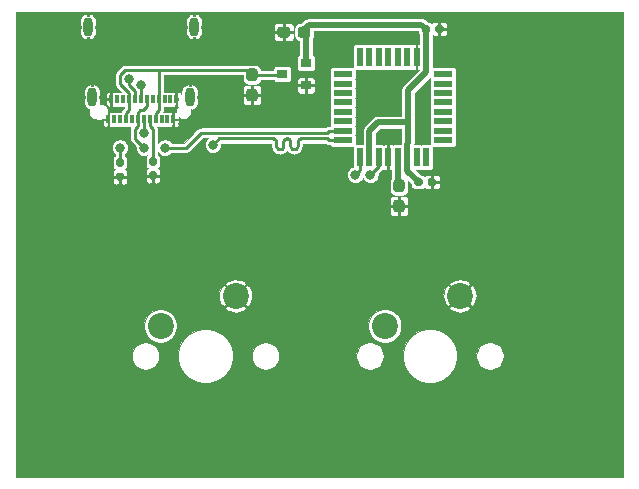
<source format=gbr>
%TF.GenerationSoftware,KiCad,Pcbnew,(5.1.10)-1*%
%TF.CreationDate,2021-07-17T22:11:59-07:00*%
%TF.ProjectId,twokey,74776f6b-6579-42e6-9b69-6361645f7063,rev?*%
%TF.SameCoordinates,Original*%
%TF.FileFunction,Copper,L1,Top*%
%TF.FilePolarity,Positive*%
%FSLAX46Y46*%
G04 Gerber Fmt 4.6, Leading zero omitted, Abs format (unit mm)*
G04 Created by KiCad (PCBNEW (5.1.10)-1) date 2021-07-17 22:11:59*
%MOMM*%
%LPD*%
G01*
G04 APERTURE LIST*
%TA.AperFunction,ComponentPad*%
%ADD10C,2.200000*%
%TD*%
%TA.AperFunction,SMDPad,CuDef*%
%ADD11R,1.600000X0.550000*%
%TD*%
%TA.AperFunction,SMDPad,CuDef*%
%ADD12R,0.550000X1.600000*%
%TD*%
%TA.AperFunction,SMDPad,CuDef*%
%ADD13R,0.300000X0.700000*%
%TD*%
%TA.AperFunction,ComponentPad*%
%ADD14O,0.800000X1.600000*%
%TD*%
%TA.AperFunction,SMDPad,CuDef*%
%ADD15R,0.900000X0.800000*%
%TD*%
%TA.AperFunction,ViaPad*%
%ADD16C,0.800000*%
%TD*%
%TA.AperFunction,Conductor*%
%ADD17C,0.250000*%
%TD*%
%TA.AperFunction,Conductor*%
%ADD18C,0.508000*%
%TD*%
%TA.AperFunction,Conductor*%
%ADD19C,0.100000*%
%TD*%
G04 APERTURE END LIST*
D10*
%TO.P,SW1,1*%
%TO.N,GND*%
X134500000Y-112000000D03*
%TO.P,SW1,2*%
%TO.N,KEY1*%
X128150000Y-114540000D03*
%TD*%
D11*
%TO.P,U1,1*%
%TO.N,Net-(U1-Pad1)*%
X152078000Y-98812000D03*
%TO.P,U1,2*%
%TO.N,Net-(U1-Pad2)*%
X152078000Y-98012000D03*
%TO.P,U1,3*%
%TO.N,Net-(U1-Pad3)*%
X152078000Y-97212000D03*
%TO.P,U1,4*%
%TO.N,Net-(U1-Pad4)*%
X152078000Y-96412000D03*
%TO.P,U1,5*%
%TO.N,Net-(U1-Pad5)*%
X152078000Y-95612000D03*
%TO.P,U1,6*%
%TO.N,Net-(U1-Pad6)*%
X152078000Y-94812000D03*
%TO.P,U1,7*%
%TO.N,Net-(U1-Pad7)*%
X152078000Y-94012000D03*
%TO.P,U1,8*%
%TO.N,Net-(U1-Pad8)*%
X152078000Y-93212000D03*
D12*
%TO.P,U1,9*%
%TO.N,+3V3*%
X150628000Y-91762000D03*
%TO.P,U1,10*%
%TO.N,GND*%
X149828000Y-91762000D03*
%TO.P,U1,11*%
%TO.N,Net-(U1-Pad11)*%
X149028000Y-91762000D03*
%TO.P,U1,12*%
%TO.N,Net-(U1-Pad12)*%
X148228000Y-91762000D03*
%TO.P,U1,13*%
%TO.N,Net-(U1-Pad13)*%
X147428000Y-91762000D03*
%TO.P,U1,14*%
%TO.N,Net-(U1-Pad14)*%
X146628000Y-91762000D03*
%TO.P,U1,15*%
%TO.N,Net-(U1-Pad15)*%
X145828000Y-91762000D03*
%TO.P,U1,16*%
%TO.N,Net-(U1-Pad16)*%
X145028000Y-91762000D03*
D11*
%TO.P,U1,17*%
%TO.N,Net-(U1-Pad17)*%
X143578000Y-93212000D03*
%TO.P,U1,18*%
%TO.N,Net-(U1-Pad18)*%
X143578000Y-94012000D03*
%TO.P,U1,19*%
%TO.N,Net-(U1-Pad19)*%
X143578000Y-94812000D03*
%TO.P,U1,20*%
%TO.N,Net-(U1-Pad20)*%
X143578000Y-95612000D03*
%TO.P,U1,21*%
%TO.N,Net-(U1-Pad21)*%
X143578000Y-96412000D03*
%TO.P,U1,22*%
%TO.N,Net-(U1-Pad22)*%
X143578000Y-97212000D03*
%TO.P,U1,23*%
%TO.N,D-*%
X143578000Y-98012000D03*
%TO.P,U1,24*%
%TO.N,D+*%
X143578000Y-98812000D03*
D12*
%TO.P,U1,25*%
%TO.N,KEY1*%
X145028000Y-100262000D03*
%TO.P,U1,26*%
%TO.N,+3V3*%
X145828000Y-100262000D03*
%TO.P,U1,27*%
%TO.N,KEY2*%
X146628000Y-100262000D03*
%TO.P,U1,28*%
%TO.N,GND*%
X147428000Y-100262000D03*
%TO.P,U1,29*%
%TO.N,Net-(C1-Pad1)*%
X148228000Y-100262000D03*
%TO.P,U1,30*%
%TO.N,+3V3*%
X149028000Y-100262000D03*
%TO.P,U1,31*%
%TO.N,Net-(U1-Pad31)*%
X149828000Y-100262000D03*
%TO.P,U1,32*%
%TO.N,Net-(U1-Pad32)*%
X150628000Y-100262000D03*
%TD*%
%TO.P,C1,1*%
%TO.N,Net-(C1-Pad1)*%
%TA.AperFunction,SMDPad,CuDef*%
G36*
G01*
X148098500Y-102131500D02*
X148573500Y-102131500D01*
G75*
G02*
X148811000Y-102369000I0J-237500D01*
G01*
X148811000Y-102969000D01*
G75*
G02*
X148573500Y-103206500I-237500J0D01*
G01*
X148098500Y-103206500D01*
G75*
G02*
X147861000Y-102969000I0J237500D01*
G01*
X147861000Y-102369000D01*
G75*
G02*
X148098500Y-102131500I237500J0D01*
G01*
G37*
%TD.AperFunction*%
%TO.P,C1,2*%
%TO.N,GND*%
%TA.AperFunction,SMDPad,CuDef*%
G36*
G01*
X148098500Y-103856500D02*
X148573500Y-103856500D01*
G75*
G02*
X148811000Y-104094000I0J-237500D01*
G01*
X148811000Y-104694000D01*
G75*
G02*
X148573500Y-104931500I-237500J0D01*
G01*
X148098500Y-104931500D01*
G75*
G02*
X147861000Y-104694000I0J237500D01*
G01*
X147861000Y-104094000D01*
G75*
G02*
X148098500Y-103856500I237500J0D01*
G01*
G37*
%TD.AperFunction*%
%TD*%
%TO.P,C2,1*%
%TO.N,+3V3*%
%TA.AperFunction,SMDPad,CuDef*%
G36*
G01*
X149627500Y-102517000D02*
X149627500Y-102207000D01*
G75*
G02*
X149782500Y-102052000I155000J0D01*
G01*
X150207500Y-102052000D01*
G75*
G02*
X150362500Y-102207000I0J-155000D01*
G01*
X150362500Y-102517000D01*
G75*
G02*
X150207500Y-102672000I-155000J0D01*
G01*
X149782500Y-102672000D01*
G75*
G02*
X149627500Y-102517000I0J155000D01*
G01*
G37*
%TD.AperFunction*%
%TO.P,C2,2*%
%TO.N,GND*%
%TA.AperFunction,SMDPad,CuDef*%
G36*
G01*
X150762500Y-102517000D02*
X150762500Y-102207000D01*
G75*
G02*
X150917500Y-102052000I155000J0D01*
G01*
X151342500Y-102052000D01*
G75*
G02*
X151497500Y-102207000I0J-155000D01*
G01*
X151497500Y-102517000D01*
G75*
G02*
X151342500Y-102672000I-155000J0D01*
G01*
X150917500Y-102672000D01*
G75*
G02*
X150762500Y-102517000I0J155000D01*
G01*
G37*
%TD.AperFunction*%
%TD*%
%TO.P,C3,2*%
%TO.N,GND*%
%TA.AperFunction,SMDPad,CuDef*%
G36*
G01*
X151389500Y-89563000D02*
X151389500Y-89253000D01*
G75*
G02*
X151544500Y-89098000I155000J0D01*
G01*
X151969500Y-89098000D01*
G75*
G02*
X152124500Y-89253000I0J-155000D01*
G01*
X152124500Y-89563000D01*
G75*
G02*
X151969500Y-89718000I-155000J0D01*
G01*
X151544500Y-89718000D01*
G75*
G02*
X151389500Y-89563000I0J155000D01*
G01*
G37*
%TD.AperFunction*%
%TO.P,C3,1*%
%TO.N,+3V3*%
%TA.AperFunction,SMDPad,CuDef*%
G36*
G01*
X150254500Y-89563000D02*
X150254500Y-89253000D01*
G75*
G02*
X150409500Y-89098000I155000J0D01*
G01*
X150834500Y-89098000D01*
G75*
G02*
X150989500Y-89253000I0J-155000D01*
G01*
X150989500Y-89563000D01*
G75*
G02*
X150834500Y-89718000I-155000J0D01*
G01*
X150409500Y-89718000D01*
G75*
G02*
X150254500Y-89563000I0J155000D01*
G01*
G37*
%TD.AperFunction*%
%TD*%
%TO.P,C4,1*%
%TO.N,VBUS*%
%TA.AperFunction,SMDPad,CuDef*%
G36*
G01*
X135652500Y-92733500D02*
X136127500Y-92733500D01*
G75*
G02*
X136365000Y-92971000I0J-237500D01*
G01*
X136365000Y-93571000D01*
G75*
G02*
X136127500Y-93808500I-237500J0D01*
G01*
X135652500Y-93808500D01*
G75*
G02*
X135415000Y-93571000I0J237500D01*
G01*
X135415000Y-92971000D01*
G75*
G02*
X135652500Y-92733500I237500J0D01*
G01*
G37*
%TD.AperFunction*%
%TO.P,C4,2*%
%TO.N,GND*%
%TA.AperFunction,SMDPad,CuDef*%
G36*
G01*
X135652500Y-94458500D02*
X136127500Y-94458500D01*
G75*
G02*
X136365000Y-94696000I0J-237500D01*
G01*
X136365000Y-95296000D01*
G75*
G02*
X136127500Y-95533500I-237500J0D01*
G01*
X135652500Y-95533500D01*
G75*
G02*
X135415000Y-95296000I0J237500D01*
G01*
X135415000Y-94696000D01*
G75*
G02*
X135652500Y-94458500I237500J0D01*
G01*
G37*
%TD.AperFunction*%
%TD*%
%TO.P,C5,2*%
%TO.N,GND*%
%TA.AperFunction,SMDPad,CuDef*%
G36*
G01*
X139121000Y-89424500D02*
X139121000Y-89899500D01*
G75*
G02*
X138883500Y-90137000I-237500J0D01*
G01*
X138283500Y-90137000D01*
G75*
G02*
X138046000Y-89899500I0J237500D01*
G01*
X138046000Y-89424500D01*
G75*
G02*
X138283500Y-89187000I237500J0D01*
G01*
X138883500Y-89187000D01*
G75*
G02*
X139121000Y-89424500I0J-237500D01*
G01*
G37*
%TD.AperFunction*%
%TO.P,C5,1*%
%TO.N,+3V3*%
%TA.AperFunction,SMDPad,CuDef*%
G36*
G01*
X140846000Y-89424500D02*
X140846000Y-89899500D01*
G75*
G02*
X140608500Y-90137000I-237500J0D01*
G01*
X140008500Y-90137000D01*
G75*
G02*
X139771000Y-89899500I0J237500D01*
G01*
X139771000Y-89424500D01*
G75*
G02*
X140008500Y-89187000I237500J0D01*
G01*
X140608500Y-89187000D01*
G75*
G02*
X140846000Y-89424500I0J-237500D01*
G01*
G37*
%TD.AperFunction*%
%TD*%
D13*
%TO.P,J1,A1*%
%TO.N,GND*%
X129242000Y-97053000D03*
%TO.P,J1,A2*%
%TO.N,Net-(J1-PadA2)*%
X128742000Y-97053000D03*
%TO.P,J1,A3*%
%TO.N,Net-(J1-PadA3)*%
X128242000Y-97053000D03*
%TO.P,J1,A4*%
%TO.N,VBUS*%
X127742000Y-97053000D03*
%TO.P,J1,A5*%
%TO.N,Net-(J1-PadA5)*%
X127242000Y-97053000D03*
%TO.P,J1,A6*%
%TO.N,D+*%
X126742000Y-97053000D03*
%TO.P,J1,A7*%
%TO.N,D-*%
X126242000Y-97053000D03*
%TO.P,J1,A8*%
%TO.N,Net-(J1-PadA8)*%
X125742000Y-97053000D03*
%TO.P,J1,A9*%
%TO.N,VBUS*%
X125242000Y-97053000D03*
%TO.P,J1,A10*%
%TO.N,Net-(J1-PadA10)*%
X124742000Y-97053000D03*
%TO.P,J1,A11*%
%TO.N,Net-(J1-PadA11)*%
X124242000Y-97053000D03*
%TO.P,J1,A12*%
%TO.N,GND*%
X123742000Y-97053000D03*
%TO.P,J1,B1*%
X123992000Y-95353000D03*
%TO.P,J1,B2*%
%TO.N,Net-(J1-PadB2)*%
X124492000Y-95353000D03*
%TO.P,J1,B3*%
%TO.N,Net-(J1-PadB3)*%
X124992000Y-95353000D03*
%TO.P,J1,B4*%
%TO.N,VBUS*%
X125492000Y-95353000D03*
%TO.P,J1,B5*%
%TO.N,Net-(J1-PadB5)*%
X125992000Y-95353000D03*
%TO.P,J1,B6*%
%TO.N,D+*%
X126492000Y-95353000D03*
%TO.P,J1,B7*%
%TO.N,D-*%
X126992000Y-95353000D03*
%TO.P,J1,B8*%
%TO.N,Net-(J1-PadB8)*%
X127492000Y-95353000D03*
%TO.P,J1,B9*%
%TO.N,VBUS*%
X127992000Y-95353000D03*
%TO.P,J1,B10*%
%TO.N,Net-(J1-PadB10)*%
X128492000Y-95353000D03*
%TO.P,J1,B11*%
%TO.N,Net-(J1-PadB11)*%
X128992000Y-95353000D03*
%TO.P,J1,B12*%
%TO.N,GND*%
X129492000Y-95353000D03*
D14*
%TO.P,J1,S1*%
X130622000Y-95143000D03*
%TO.P,J1,S2*%
X122362000Y-95143000D03*
%TO.P,J1,S3*%
X122002000Y-89193000D03*
%TO.P,J1,S4*%
X130982000Y-89193000D03*
%TD*%
%TO.P,R1,2*%
%TO.N,GND*%
%TA.AperFunction,SMDPad,CuDef*%
G36*
G01*
X127348000Y-101459000D02*
X127668000Y-101459000D01*
G75*
G02*
X127828000Y-101619000I0J-160000D01*
G01*
X127828000Y-102014000D01*
G75*
G02*
X127668000Y-102174000I-160000J0D01*
G01*
X127348000Y-102174000D01*
G75*
G02*
X127188000Y-102014000I0J160000D01*
G01*
X127188000Y-101619000D01*
G75*
G02*
X127348000Y-101459000I160000J0D01*
G01*
G37*
%TD.AperFunction*%
%TO.P,R1,1*%
%TO.N,Net-(J1-PadA5)*%
%TA.AperFunction,SMDPad,CuDef*%
G36*
G01*
X127348000Y-100264000D02*
X127668000Y-100264000D01*
G75*
G02*
X127828000Y-100424000I0J-160000D01*
G01*
X127828000Y-100819000D01*
G75*
G02*
X127668000Y-100979000I-160000J0D01*
G01*
X127348000Y-100979000D01*
G75*
G02*
X127188000Y-100819000I0J160000D01*
G01*
X127188000Y-100424000D01*
G75*
G02*
X127348000Y-100264000I160000J0D01*
G01*
G37*
%TD.AperFunction*%
%TD*%
%TO.P,R2,1*%
%TO.N,Net-(J1-PadB5)*%
%TA.AperFunction,SMDPad,CuDef*%
G36*
G01*
X124554000Y-100353500D02*
X124874000Y-100353500D01*
G75*
G02*
X125034000Y-100513500I0J-160000D01*
G01*
X125034000Y-100908500D01*
G75*
G02*
X124874000Y-101068500I-160000J0D01*
G01*
X124554000Y-101068500D01*
G75*
G02*
X124394000Y-100908500I0J160000D01*
G01*
X124394000Y-100513500D01*
G75*
G02*
X124554000Y-100353500I160000J0D01*
G01*
G37*
%TD.AperFunction*%
%TO.P,R2,2*%
%TO.N,GND*%
%TA.AperFunction,SMDPad,CuDef*%
G36*
G01*
X124554000Y-101548500D02*
X124874000Y-101548500D01*
G75*
G02*
X125034000Y-101708500I0J-160000D01*
G01*
X125034000Y-102103500D01*
G75*
G02*
X124874000Y-102263500I-160000J0D01*
G01*
X124554000Y-102263500D01*
G75*
G02*
X124394000Y-102103500I0J160000D01*
G01*
X124394000Y-101708500D01*
G75*
G02*
X124554000Y-101548500I160000J0D01*
G01*
G37*
%TD.AperFunction*%
%TD*%
D15*
%TO.P,U2,1*%
%TO.N,GND*%
X140462000Y-94168000D03*
%TO.P,U2,2*%
%TO.N,+3V3*%
X140462000Y-92268000D03*
%TO.P,U2,3*%
%TO.N,VBUS*%
X138462000Y-93218000D03*
%TD*%
D10*
%TO.P,SW2,2*%
%TO.N,KEY2*%
X147150000Y-114540000D03*
%TO.P,SW2,1*%
%TO.N,GND*%
X153500000Y-112000000D03*
%TD*%
D16*
%TO.N,GND*%
X122682000Y-97409000D03*
X146558000Y-94742000D03*
X147447000Y-98806000D03*
X147320000Y-101727000D03*
X149479000Y-104394000D03*
X148209000Y-105664000D03*
X147193000Y-104394000D03*
X151130000Y-103378000D03*
X152146000Y-102362000D03*
X149733000Y-90297000D03*
X152781000Y-89408000D03*
X151765000Y-90424000D03*
X151765000Y-88392000D03*
X138557000Y-90805000D03*
X137414000Y-89662000D03*
X138557000Y-88519000D03*
X129413000Y-94361000D03*
X123952000Y-94361000D03*
X123698000Y-98044000D03*
X130048000Y-97409000D03*
X128524000Y-101727000D03*
X126619000Y-101727000D03*
X125730000Y-101854000D03*
X123825000Y-101854000D03*
X124714000Y-102870000D03*
X127508000Y-102743000D03*
X140462000Y-95250000D03*
X141605000Y-94107000D03*
X139319000Y-94234000D03*
X137033000Y-94996000D03*
X135890000Y-96139000D03*
X134747000Y-94996000D03*
X150241000Y-94996000D03*
X150241000Y-98298000D03*
X145288000Y-90043000D03*
X142748000Y-91059000D03*
%TO.N,D+*%
X126492000Y-94107000D03*
X126746000Y-98171000D03*
X132588000Y-99187000D03*
%TO.N,D-*%
X126746000Y-99441000D03*
X128524000Y-99441000D03*
%TO.N,Net-(J1-PadB5)*%
X124714000Y-99441000D03*
X125476000Y-93599000D03*
%TO.N,KEY1*%
X144653000Y-101727000D03*
%TO.N,KEY2*%
X145923000Y-101727000D03*
%TD*%
D17*
%TO.N,Net-(C1-Pad1)*%
X148228000Y-102561000D02*
X148336000Y-102669000D01*
D18*
X148228000Y-100262000D02*
X148228000Y-102561000D01*
D17*
%TO.N,+3V3*%
X150622000Y-91756000D02*
X150628000Y-91762000D01*
D18*
X150628000Y-93070000D02*
X149098000Y-94600000D01*
X150628000Y-91762000D02*
X150628000Y-93070000D01*
X149028000Y-99130000D02*
X149028000Y-100262000D01*
X149098000Y-99060000D02*
X149028000Y-99130000D01*
X145828000Y-100262000D02*
X145828000Y-98012000D01*
X145828000Y-98012000D02*
X146558000Y-97282000D01*
X146558000Y-97282000D02*
X149098000Y-97282000D01*
X149098000Y-97282000D02*
X149098000Y-99060000D01*
X149098000Y-94600000D02*
X149098000Y-97282000D01*
X150628000Y-89414000D02*
X150622000Y-89408000D01*
X150628000Y-91762000D02*
X150628000Y-89414000D01*
X140562500Y-89408000D02*
X140308500Y-89662000D01*
X140462000Y-89815500D02*
X140308500Y-89662000D01*
X140462000Y-92268000D02*
X140462000Y-89815500D01*
X149028000Y-101395000D02*
X149995000Y-102362000D01*
X149028000Y-100262000D02*
X149028000Y-101395000D01*
X140308500Y-89662000D02*
X140308500Y-89434500D01*
X140308500Y-89434500D02*
X140716000Y-89027000D01*
X150241000Y-89027000D02*
X150622000Y-89408000D01*
X140716000Y-89027000D02*
X150241000Y-89027000D01*
D17*
%TO.N,VBUS*%
X127742000Y-96467998D02*
X127742000Y-97053000D01*
X127992000Y-96217998D02*
X127742000Y-96467998D01*
X127992000Y-95353000D02*
X127992000Y-96217998D01*
X125242000Y-96467998D02*
X125242000Y-97053000D01*
X125492000Y-96217998D02*
X125242000Y-96467998D01*
X125492000Y-95353000D02*
X125492000Y-96217998D01*
X124750999Y-93250999D02*
X125127999Y-92873999D01*
X124750999Y-94075411D02*
X124750999Y-93250999D01*
X125492000Y-94816412D02*
X124750999Y-94075411D01*
X125492000Y-95353000D02*
X125492000Y-94816412D01*
X127992000Y-92886998D02*
X127979001Y-92873999D01*
X127992000Y-95353000D02*
X127992000Y-92886998D01*
X125127999Y-92873999D02*
X127979001Y-92873999D01*
X135873999Y-93254999D02*
X135890000Y-93271000D01*
X138409000Y-93271000D02*
X138462000Y-93218000D01*
X135890000Y-93271000D02*
X138409000Y-93271000D01*
X135492999Y-92873999D02*
X135890000Y-93271000D01*
X127979001Y-92873999D02*
X135492999Y-92873999D01*
%TO.N,Net-(J1-PadA5)*%
X127242000Y-97638002D02*
X127508000Y-97904002D01*
X127242000Y-97053000D02*
X127242000Y-97638002D01*
X127508000Y-97904002D02*
X127508000Y-99187000D01*
X127508000Y-99187000D02*
X127508000Y-100621500D01*
%TO.N,D+*%
X126746000Y-97057000D02*
X126742000Y-97053000D01*
X126746000Y-98171000D02*
X126746000Y-97057000D01*
X126492000Y-94615000D02*
X126492000Y-95353000D01*
X126492000Y-94107000D02*
X126492000Y-94615000D01*
X142377999Y-98812000D02*
X143578000Y-98812000D01*
X142227999Y-98662000D02*
X142377999Y-98812000D01*
X140051000Y-98662000D02*
X142227999Y-98662000D01*
X139984243Y-98669521D02*
X140051000Y-98662000D01*
X139920834Y-98691709D02*
X139984243Y-98669521D01*
X139863953Y-98727450D02*
X139920834Y-98691709D01*
X138616450Y-98774953D02*
X138663953Y-98727450D01*
X138580709Y-98831834D02*
X138616450Y-98774953D01*
X138551000Y-98962000D02*
X138558521Y-98895243D01*
X138551000Y-99296155D02*
X138551000Y-98962000D01*
X138485549Y-99483201D02*
X138521290Y-99426320D01*
X138438046Y-99530704D02*
X138485549Y-99483201D01*
X138381165Y-99566445D02*
X138438046Y-99530704D01*
X139121290Y-98831834D02*
X139143478Y-98895243D01*
X138251000Y-99596155D02*
X138317756Y-99588633D01*
X138184243Y-99588633D02*
X138251000Y-99596155D01*
X138120834Y-99566445D02*
X138184243Y-99588633D01*
X138016450Y-99483201D02*
X138063953Y-99530704D01*
X138317756Y-99588633D02*
X138381165Y-99566445D01*
X138981165Y-98691709D02*
X139038046Y-98727450D01*
X132588000Y-99187000D02*
X133113000Y-98662000D01*
X138063953Y-99530704D02*
X138120834Y-99566445D01*
X133113000Y-98662000D02*
X137651000Y-98662000D01*
X137651000Y-98662000D02*
X137717756Y-98669521D01*
X138543478Y-99362911D02*
X138551000Y-99296155D01*
X137717756Y-98669521D02*
X137781165Y-98691709D01*
X137781165Y-98691709D02*
X137838046Y-98727450D01*
X137838046Y-98727450D02*
X137885549Y-98774953D01*
X139581165Y-99566445D02*
X139638046Y-99530704D01*
X137921290Y-98831834D02*
X137943478Y-98895243D01*
X137958521Y-99362911D02*
X137980709Y-99426320D01*
X137980709Y-99426320D02*
X138016450Y-99483201D01*
X138521290Y-99426320D02*
X138543478Y-99362911D01*
X137885549Y-98774953D02*
X137921290Y-98831834D01*
X137943478Y-98895243D02*
X137951000Y-98962000D01*
X138558521Y-98895243D02*
X138580709Y-98831834D01*
X137951000Y-98962000D02*
X137951000Y-99296155D01*
X137951000Y-99296155D02*
X137958521Y-99362911D01*
X138663953Y-98727450D02*
X138720834Y-98691709D01*
X138720834Y-98691709D02*
X138784243Y-98669521D01*
X138784243Y-98669521D02*
X138851000Y-98662000D01*
X138851000Y-98662000D02*
X138917756Y-98669521D01*
X138917756Y-98669521D02*
X138981165Y-98691709D01*
X139038046Y-98727450D02*
X139085549Y-98774953D01*
X139085549Y-98774953D02*
X139121290Y-98831834D01*
X139143478Y-98895243D02*
X139151000Y-98962000D01*
X139151000Y-98962000D02*
X139151000Y-99296155D01*
X139685549Y-99483201D02*
X139721290Y-99426320D01*
X139151000Y-99296155D02*
X139158521Y-99362911D01*
X139816450Y-98774953D02*
X139863953Y-98727450D01*
X139158521Y-99362911D02*
X139180709Y-99426320D01*
X139721290Y-99426320D02*
X139743478Y-99362911D01*
X139180709Y-99426320D02*
X139216450Y-99483201D01*
X139216450Y-99483201D02*
X139263953Y-99530704D01*
X139263953Y-99530704D02*
X139320834Y-99566445D01*
X139638046Y-99530704D02*
X139685549Y-99483201D01*
X139320834Y-99566445D02*
X139384243Y-99588633D01*
X139751000Y-98962000D02*
X139758521Y-98895243D01*
X139384243Y-99588633D02*
X139451000Y-99596155D01*
X139517756Y-99588633D02*
X139581165Y-99566445D01*
X139451000Y-99596155D02*
X139517756Y-99588633D01*
X139743478Y-99362911D02*
X139751000Y-99296155D01*
X139751000Y-99296155D02*
X139751000Y-98962000D01*
X139758521Y-98895243D02*
X139780709Y-98831834D01*
X139780709Y-98831834D02*
X139816450Y-98774953D01*
%TO.N,D-*%
X126992000Y-95953000D02*
X126679000Y-96266000D01*
X126992000Y-95353000D02*
X126992000Y-95953000D01*
X126242000Y-96467998D02*
X126242000Y-97053000D01*
X126443998Y-96266000D02*
X126242000Y-96467998D01*
X126679000Y-96266000D02*
X126443998Y-96266000D01*
X126242000Y-97638002D02*
X125984000Y-97896002D01*
X126242000Y-97053000D02*
X126242000Y-97638002D01*
X125984000Y-97896002D02*
X125984000Y-98482002D01*
X125984000Y-98679000D02*
X126746000Y-99441000D01*
X125984000Y-98482002D02*
X125984000Y-98679000D01*
X130302000Y-99441000D02*
X128524000Y-99441000D01*
X131572000Y-98171000D02*
X130302000Y-99441000D01*
X131690000Y-98162000D02*
X131572000Y-98171000D01*
X142227999Y-98162000D02*
X131690000Y-98162000D01*
X142377999Y-98012000D02*
X142227999Y-98162000D01*
X143578000Y-98012000D02*
X142377999Y-98012000D01*
%TO.N,Net-(J1-PadB5)*%
X124714000Y-99441000D02*
X124714000Y-100711000D01*
X125992000Y-94680002D02*
X125992000Y-95353000D01*
X125476000Y-94164002D02*
X125992000Y-94680002D01*
X125476000Y-93599000D02*
X125476000Y-94164002D01*
%TO.N,KEY1*%
X145028000Y-101352000D02*
X144653000Y-101727000D01*
X145028000Y-100262000D02*
X145028000Y-101352000D01*
%TO.N,KEY2*%
X146628000Y-101022000D02*
X145923000Y-101727000D01*
X146628000Y-100262000D02*
X146628000Y-101022000D01*
%TD*%
D19*
%TO.N,GND*%
X167311000Y-88916153D02*
X167311001Y-88916163D01*
X167311000Y-127306000D01*
X115899000Y-127306000D01*
X115899000Y-116966341D01*
X125726000Y-116966341D01*
X125726000Y-117193659D01*
X125770347Y-117416609D01*
X125857338Y-117626624D01*
X125983629Y-117815632D01*
X126144368Y-117976371D01*
X126333376Y-118102662D01*
X126543391Y-118189653D01*
X126766341Y-118234000D01*
X126993659Y-118234000D01*
X127216609Y-118189653D01*
X127426624Y-118102662D01*
X127615632Y-117976371D01*
X127776371Y-117815632D01*
X127902662Y-117626624D01*
X127989653Y-117416609D01*
X128034000Y-117193659D01*
X128034000Y-116966341D01*
X128011471Y-116853076D01*
X129656000Y-116853076D01*
X129656000Y-117306924D01*
X129744541Y-117752052D01*
X129918222Y-118171353D01*
X130170366Y-118548714D01*
X130491286Y-118869634D01*
X130868647Y-119121778D01*
X131287948Y-119295459D01*
X131733076Y-119384000D01*
X132186924Y-119384000D01*
X132632052Y-119295459D01*
X133051353Y-119121778D01*
X133428714Y-118869634D01*
X133749634Y-118548714D01*
X134001778Y-118171353D01*
X134175459Y-117752052D01*
X134264000Y-117306924D01*
X134264000Y-116966341D01*
X135886000Y-116966341D01*
X135886000Y-117193659D01*
X135930347Y-117416609D01*
X136017338Y-117626624D01*
X136143629Y-117815632D01*
X136304368Y-117976371D01*
X136493376Y-118102662D01*
X136703391Y-118189653D01*
X136926341Y-118234000D01*
X137153659Y-118234000D01*
X137376609Y-118189653D01*
X137586624Y-118102662D01*
X137775632Y-117976371D01*
X137936371Y-117815632D01*
X138062662Y-117626624D01*
X138149653Y-117416609D01*
X138194000Y-117193659D01*
X138194000Y-116966341D01*
X144726000Y-116966341D01*
X144726000Y-117193659D01*
X144770347Y-117416609D01*
X144857338Y-117626624D01*
X144983629Y-117815632D01*
X145144368Y-117976371D01*
X145333376Y-118102662D01*
X145543391Y-118189653D01*
X145766341Y-118234000D01*
X145993659Y-118234000D01*
X146216609Y-118189653D01*
X146426624Y-118102662D01*
X146615632Y-117976371D01*
X146776371Y-117815632D01*
X146902662Y-117626624D01*
X146989653Y-117416609D01*
X147034000Y-117193659D01*
X147034000Y-116966341D01*
X147011471Y-116853076D01*
X148656000Y-116853076D01*
X148656000Y-117306924D01*
X148744541Y-117752052D01*
X148918222Y-118171353D01*
X149170366Y-118548714D01*
X149491286Y-118869634D01*
X149868647Y-119121778D01*
X150287948Y-119295459D01*
X150733076Y-119384000D01*
X151186924Y-119384000D01*
X151632052Y-119295459D01*
X152051353Y-119121778D01*
X152428714Y-118869634D01*
X152749634Y-118548714D01*
X153001778Y-118171353D01*
X153175459Y-117752052D01*
X153264000Y-117306924D01*
X153264000Y-116966341D01*
X154886000Y-116966341D01*
X154886000Y-117193659D01*
X154930347Y-117416609D01*
X155017338Y-117626624D01*
X155143629Y-117815632D01*
X155304368Y-117976371D01*
X155493376Y-118102662D01*
X155703391Y-118189653D01*
X155926341Y-118234000D01*
X156153659Y-118234000D01*
X156376609Y-118189653D01*
X156586624Y-118102662D01*
X156775632Y-117976371D01*
X156936371Y-117815632D01*
X157062662Y-117626624D01*
X157149653Y-117416609D01*
X157194000Y-117193659D01*
X157194000Y-116966341D01*
X157149653Y-116743391D01*
X157062662Y-116533376D01*
X156936371Y-116344368D01*
X156775632Y-116183629D01*
X156586624Y-116057338D01*
X156376609Y-115970347D01*
X156153659Y-115926000D01*
X155926341Y-115926000D01*
X155703391Y-115970347D01*
X155493376Y-116057338D01*
X155304368Y-116183629D01*
X155143629Y-116344368D01*
X155017338Y-116533376D01*
X154930347Y-116743391D01*
X154886000Y-116966341D01*
X153264000Y-116966341D01*
X153264000Y-116853076D01*
X153175459Y-116407948D01*
X153001778Y-115988647D01*
X152749634Y-115611286D01*
X152428714Y-115290366D01*
X152051353Y-115038222D01*
X151632052Y-114864541D01*
X151186924Y-114776000D01*
X150733076Y-114776000D01*
X150287948Y-114864541D01*
X149868647Y-115038222D01*
X149491286Y-115290366D01*
X149170366Y-115611286D01*
X148918222Y-115988647D01*
X148744541Y-116407948D01*
X148656000Y-116853076D01*
X147011471Y-116853076D01*
X146989653Y-116743391D01*
X146902662Y-116533376D01*
X146776371Y-116344368D01*
X146615632Y-116183629D01*
X146426624Y-116057338D01*
X146216609Y-115970347D01*
X145993659Y-115926000D01*
X145766341Y-115926000D01*
X145543391Y-115970347D01*
X145333376Y-116057338D01*
X145144368Y-116183629D01*
X144983629Y-116344368D01*
X144857338Y-116533376D01*
X144770347Y-116743391D01*
X144726000Y-116966341D01*
X138194000Y-116966341D01*
X138149653Y-116743391D01*
X138062662Y-116533376D01*
X137936371Y-116344368D01*
X137775632Y-116183629D01*
X137586624Y-116057338D01*
X137376609Y-115970347D01*
X137153659Y-115926000D01*
X136926341Y-115926000D01*
X136703391Y-115970347D01*
X136493376Y-116057338D01*
X136304368Y-116183629D01*
X136143629Y-116344368D01*
X136017338Y-116533376D01*
X135930347Y-116743391D01*
X135886000Y-116966341D01*
X134264000Y-116966341D01*
X134264000Y-116853076D01*
X134175459Y-116407948D01*
X134001778Y-115988647D01*
X133749634Y-115611286D01*
X133428714Y-115290366D01*
X133051353Y-115038222D01*
X132632052Y-114864541D01*
X132186924Y-114776000D01*
X131733076Y-114776000D01*
X131287948Y-114864541D01*
X130868647Y-115038222D01*
X130491286Y-115290366D01*
X130170366Y-115611286D01*
X129918222Y-115988647D01*
X129744541Y-116407948D01*
X129656000Y-116853076D01*
X128011471Y-116853076D01*
X127989653Y-116743391D01*
X127902662Y-116533376D01*
X127776371Y-116344368D01*
X127615632Y-116183629D01*
X127426624Y-116057338D01*
X127216609Y-115970347D01*
X126993659Y-115926000D01*
X126766341Y-115926000D01*
X126543391Y-115970347D01*
X126333376Y-116057338D01*
X126144368Y-116183629D01*
X125983629Y-116344368D01*
X125857338Y-116533376D01*
X125770347Y-116743391D01*
X125726000Y-116966341D01*
X115899000Y-116966341D01*
X115899000Y-114401718D01*
X126746000Y-114401718D01*
X126746000Y-114678282D01*
X126799955Y-114949532D01*
X126905792Y-115205043D01*
X127059442Y-115434998D01*
X127255002Y-115630558D01*
X127484957Y-115784208D01*
X127740468Y-115890045D01*
X128011718Y-115944000D01*
X128288282Y-115944000D01*
X128559532Y-115890045D01*
X128815043Y-115784208D01*
X129044998Y-115630558D01*
X129240558Y-115434998D01*
X129394208Y-115205043D01*
X129500045Y-114949532D01*
X129554000Y-114678282D01*
X129554000Y-114401718D01*
X145746000Y-114401718D01*
X145746000Y-114678282D01*
X145799955Y-114949532D01*
X145905792Y-115205043D01*
X146059442Y-115434998D01*
X146255002Y-115630558D01*
X146484957Y-115784208D01*
X146740468Y-115890045D01*
X147011718Y-115944000D01*
X147288282Y-115944000D01*
X147559532Y-115890045D01*
X147815043Y-115784208D01*
X148044998Y-115630558D01*
X148240558Y-115434998D01*
X148394208Y-115205043D01*
X148500045Y-114949532D01*
X148554000Y-114678282D01*
X148554000Y-114401718D01*
X148500045Y-114130468D01*
X148394208Y-113874957D01*
X148240558Y-113645002D01*
X148044998Y-113449442D01*
X147815043Y-113295792D01*
X147559532Y-113189955D01*
X147288282Y-113136000D01*
X147011718Y-113136000D01*
X146740468Y-113189955D01*
X146484957Y-113295792D01*
X146255002Y-113449442D01*
X146059442Y-113645002D01*
X145905792Y-113874957D01*
X145799955Y-114130468D01*
X145746000Y-114401718D01*
X129554000Y-114401718D01*
X129500045Y-114130468D01*
X129394208Y-113874957D01*
X129240558Y-113645002D01*
X129044998Y-113449442D01*
X128815043Y-113295792D01*
X128559532Y-113189955D01*
X128288282Y-113136000D01*
X128011718Y-113136000D01*
X127740468Y-113189955D01*
X127484957Y-113295792D01*
X127255002Y-113449442D01*
X127059442Y-113645002D01*
X126905792Y-113874957D01*
X126799955Y-114130468D01*
X126746000Y-114401718D01*
X115899000Y-114401718D01*
X115899000Y-112996717D01*
X133612178Y-112996717D01*
X133734288Y-113184914D01*
X133980166Y-113311529D01*
X134246021Y-113387742D01*
X134521637Y-113410626D01*
X134796421Y-113379301D01*
X135059813Y-113294969D01*
X135265712Y-113184914D01*
X135387822Y-112996717D01*
X152612178Y-112996717D01*
X152734288Y-113184914D01*
X152980166Y-113311529D01*
X153246021Y-113387742D01*
X153521637Y-113410626D01*
X153796421Y-113379301D01*
X154059813Y-113294969D01*
X154265712Y-113184914D01*
X154387822Y-112996717D01*
X153500000Y-112108894D01*
X152612178Y-112996717D01*
X135387822Y-112996717D01*
X134500000Y-112108894D01*
X133612178Y-112996717D01*
X115899000Y-112996717D01*
X115899000Y-112021637D01*
X133089374Y-112021637D01*
X133120699Y-112296421D01*
X133205031Y-112559813D01*
X133315086Y-112765712D01*
X133503283Y-112887822D01*
X134391106Y-112000000D01*
X134608894Y-112000000D01*
X135496717Y-112887822D01*
X135684914Y-112765712D01*
X135811529Y-112519834D01*
X135887742Y-112253979D01*
X135907033Y-112021637D01*
X152089374Y-112021637D01*
X152120699Y-112296421D01*
X152205031Y-112559813D01*
X152315086Y-112765712D01*
X152503283Y-112887822D01*
X153391106Y-112000000D01*
X153608894Y-112000000D01*
X154496717Y-112887822D01*
X154684914Y-112765712D01*
X154811529Y-112519834D01*
X154887742Y-112253979D01*
X154910626Y-111978363D01*
X154879301Y-111703579D01*
X154794969Y-111440187D01*
X154684914Y-111234288D01*
X154496717Y-111112178D01*
X153608894Y-112000000D01*
X153391106Y-112000000D01*
X152503283Y-111112178D01*
X152315086Y-111234288D01*
X152188471Y-111480166D01*
X152112258Y-111746021D01*
X152089374Y-112021637D01*
X135907033Y-112021637D01*
X135910626Y-111978363D01*
X135879301Y-111703579D01*
X135794969Y-111440187D01*
X135684914Y-111234288D01*
X135496717Y-111112178D01*
X134608894Y-112000000D01*
X134391106Y-112000000D01*
X133503283Y-111112178D01*
X133315086Y-111234288D01*
X133188471Y-111480166D01*
X133112258Y-111746021D01*
X133089374Y-112021637D01*
X115899000Y-112021637D01*
X115899000Y-111003283D01*
X133612178Y-111003283D01*
X134500000Y-111891106D01*
X135387822Y-111003283D01*
X152612178Y-111003283D01*
X153500000Y-111891106D01*
X154387822Y-111003283D01*
X154265712Y-110815086D01*
X154019834Y-110688471D01*
X153753979Y-110612258D01*
X153478363Y-110589374D01*
X153203579Y-110620699D01*
X152940187Y-110705031D01*
X152734288Y-110815086D01*
X152612178Y-111003283D01*
X135387822Y-111003283D01*
X135265712Y-110815086D01*
X135019834Y-110688471D01*
X134753979Y-110612258D01*
X134478363Y-110589374D01*
X134203579Y-110620699D01*
X133940187Y-110705031D01*
X133734288Y-110815086D01*
X133612178Y-111003283D01*
X115899000Y-111003283D01*
X115899000Y-104931500D01*
X147555529Y-104931500D01*
X147561399Y-104991094D01*
X147578782Y-105048399D01*
X147607010Y-105101211D01*
X147644999Y-105147501D01*
X147691289Y-105185490D01*
X147744101Y-105213718D01*
X147801406Y-105231101D01*
X147861000Y-105236971D01*
X148183000Y-105235500D01*
X148259000Y-105159500D01*
X148259000Y-104471000D01*
X148413000Y-104471000D01*
X148413000Y-105159500D01*
X148489000Y-105235500D01*
X148811000Y-105236971D01*
X148870594Y-105231101D01*
X148927899Y-105213718D01*
X148980711Y-105185490D01*
X149027001Y-105147501D01*
X149064990Y-105101211D01*
X149093218Y-105048399D01*
X149110601Y-104991094D01*
X149116471Y-104931500D01*
X149115000Y-104547000D01*
X149039000Y-104471000D01*
X148413000Y-104471000D01*
X148259000Y-104471000D01*
X147633000Y-104471000D01*
X147557000Y-104547000D01*
X147555529Y-104931500D01*
X115899000Y-104931500D01*
X115899000Y-103856500D01*
X147555529Y-103856500D01*
X147557000Y-104241000D01*
X147633000Y-104317000D01*
X148259000Y-104317000D01*
X148259000Y-103628500D01*
X148413000Y-103628500D01*
X148413000Y-104317000D01*
X149039000Y-104317000D01*
X149115000Y-104241000D01*
X149116471Y-103856500D01*
X149110601Y-103796906D01*
X149093218Y-103739601D01*
X149064990Y-103686789D01*
X149027001Y-103640499D01*
X148980711Y-103602510D01*
X148927899Y-103574282D01*
X148870594Y-103556899D01*
X148811000Y-103551029D01*
X148489000Y-103552500D01*
X148413000Y-103628500D01*
X148259000Y-103628500D01*
X148183000Y-103552500D01*
X147861000Y-103551029D01*
X147801406Y-103556899D01*
X147744101Y-103574282D01*
X147691289Y-103602510D01*
X147644999Y-103640499D01*
X147607010Y-103686789D01*
X147578782Y-103739601D01*
X147561399Y-103796906D01*
X147555529Y-103856500D01*
X115899000Y-103856500D01*
X115899000Y-102263500D01*
X124088529Y-102263500D01*
X124094399Y-102323094D01*
X124111782Y-102380399D01*
X124140010Y-102433211D01*
X124177999Y-102479501D01*
X124224289Y-102517490D01*
X124277101Y-102545718D01*
X124334406Y-102563101D01*
X124394000Y-102568971D01*
X124561000Y-102567500D01*
X124637000Y-102491500D01*
X124637000Y-101983000D01*
X124791000Y-101983000D01*
X124791000Y-102491500D01*
X124867000Y-102567500D01*
X125034000Y-102568971D01*
X125093594Y-102563101D01*
X125150899Y-102545718D01*
X125203711Y-102517490D01*
X125250001Y-102479501D01*
X125287990Y-102433211D01*
X125316218Y-102380399D01*
X125333601Y-102323094D01*
X125339471Y-102263500D01*
X125338828Y-102174000D01*
X126882529Y-102174000D01*
X126888399Y-102233594D01*
X126905782Y-102290899D01*
X126934010Y-102343711D01*
X126971999Y-102390001D01*
X127018289Y-102427990D01*
X127071101Y-102456218D01*
X127128406Y-102473601D01*
X127188000Y-102479471D01*
X127355000Y-102478000D01*
X127431000Y-102402000D01*
X127431000Y-101893500D01*
X127585000Y-101893500D01*
X127585000Y-102402000D01*
X127661000Y-102478000D01*
X127828000Y-102479471D01*
X127887594Y-102473601D01*
X127944899Y-102456218D01*
X127997711Y-102427990D01*
X128044001Y-102390001D01*
X128081990Y-102343711D01*
X128110218Y-102290899D01*
X128127601Y-102233594D01*
X128133471Y-102174000D01*
X128132000Y-101969500D01*
X128056000Y-101893500D01*
X127585000Y-101893500D01*
X127431000Y-101893500D01*
X126960000Y-101893500D01*
X126884000Y-101969500D01*
X126882529Y-102174000D01*
X125338828Y-102174000D01*
X125338000Y-102059000D01*
X125262000Y-101983000D01*
X124791000Y-101983000D01*
X124637000Y-101983000D01*
X124166000Y-101983000D01*
X124090000Y-102059000D01*
X124088529Y-102263500D01*
X115899000Y-102263500D01*
X115899000Y-99371662D01*
X124010000Y-99371662D01*
X124010000Y-99510338D01*
X124037055Y-99646349D01*
X124090124Y-99774469D01*
X124167168Y-99889774D01*
X124265226Y-99987832D01*
X124285000Y-100001045D01*
X124285001Y-100135010D01*
X124224863Y-100184363D01*
X124166976Y-100254899D01*
X124123962Y-100335372D01*
X124097474Y-100422691D01*
X124088530Y-100513500D01*
X124088530Y-100908500D01*
X124097474Y-100999309D01*
X124123962Y-101086628D01*
X124166976Y-101167101D01*
X124224863Y-101237637D01*
X124266604Y-101271893D01*
X124224289Y-101294510D01*
X124177999Y-101332499D01*
X124140010Y-101378789D01*
X124111782Y-101431601D01*
X124094399Y-101488906D01*
X124088529Y-101548500D01*
X124090000Y-101753000D01*
X124166000Y-101829000D01*
X124637000Y-101829000D01*
X124637000Y-101809000D01*
X124791000Y-101809000D01*
X124791000Y-101829000D01*
X125262000Y-101829000D01*
X125338000Y-101753000D01*
X125339471Y-101548500D01*
X125333601Y-101488906D01*
X125316218Y-101431601D01*
X125287990Y-101378789D01*
X125250001Y-101332499D01*
X125203711Y-101294510D01*
X125161396Y-101271893D01*
X125203137Y-101237637D01*
X125261024Y-101167101D01*
X125304038Y-101086628D01*
X125330526Y-100999309D01*
X125339470Y-100908500D01*
X125339470Y-100513500D01*
X125330526Y-100422691D01*
X125304038Y-100335372D01*
X125261024Y-100254899D01*
X125203137Y-100184363D01*
X125143000Y-100135010D01*
X125143000Y-100001045D01*
X125162774Y-99987832D01*
X125260832Y-99889774D01*
X125337876Y-99774469D01*
X125390945Y-99646349D01*
X125418000Y-99510338D01*
X125418000Y-99371662D01*
X125390945Y-99235651D01*
X125337876Y-99107531D01*
X125260832Y-98992226D01*
X125162774Y-98894168D01*
X125047469Y-98817124D01*
X124919349Y-98764055D01*
X124783338Y-98737000D01*
X124644662Y-98737000D01*
X124508651Y-98764055D01*
X124380531Y-98817124D01*
X124265226Y-98894168D01*
X124167168Y-98992226D01*
X124090124Y-99107531D01*
X124037055Y-99235651D01*
X124010000Y-99371662D01*
X115899000Y-99371662D01*
X115899000Y-97402087D01*
X123286530Y-97402087D01*
X123292222Y-97461699D01*
X123309434Y-97519055D01*
X123337504Y-97571951D01*
X123375355Y-97618354D01*
X123421531Y-97656482D01*
X123474259Y-97684868D01*
X123531511Y-97702422D01*
X123589000Y-97707000D01*
X123665000Y-97631000D01*
X123665000Y-97130000D01*
X123364000Y-97130000D01*
X123288000Y-97206000D01*
X123286530Y-97402087D01*
X115899000Y-97402087D01*
X115899000Y-94666000D01*
X121658000Y-94666000D01*
X121658000Y-95066000D01*
X121758001Y-95066000D01*
X121758000Y-95220000D01*
X121658000Y-95220000D01*
X121658000Y-95620000D01*
X121686549Y-95755864D01*
X121741055Y-95883548D01*
X121819424Y-95998145D01*
X121918644Y-96095251D01*
X122034902Y-96171134D01*
X122094773Y-96192693D01*
X122083159Y-96232155D01*
X122077146Y-96263681D01*
X122070697Y-96295096D01*
X122070214Y-96300016D01*
X122064465Y-96363184D01*
X122064689Y-96395301D01*
X122064465Y-96427352D01*
X122064947Y-96432272D01*
X122071577Y-96495352D01*
X122078036Y-96526816D01*
X122084040Y-96558295D01*
X122085468Y-96563027D01*
X122104224Y-96623620D01*
X122116664Y-96653213D01*
X122128680Y-96682953D01*
X122131000Y-96687317D01*
X122161169Y-96743112D01*
X122179115Y-96769717D01*
X122196679Y-96796557D01*
X122199803Y-96800388D01*
X122240234Y-96849260D01*
X122263024Y-96871892D01*
X122285447Y-96894789D01*
X122289250Y-96897935D01*
X122289257Y-96897942D01*
X122289265Y-96897947D01*
X122338410Y-96938029D01*
X122365116Y-96955772D01*
X122391606Y-96973911D01*
X122395954Y-96976262D01*
X122451959Y-97006040D01*
X122481632Y-97018271D01*
X122511113Y-97030906D01*
X122515835Y-97032368D01*
X122576557Y-97050701D01*
X122608041Y-97056935D01*
X122639411Y-97063603D01*
X122644327Y-97064120D01*
X122707453Y-97070310D01*
X122707459Y-97070310D01*
X122724618Y-97072000D01*
X123059382Y-97072000D01*
X123076866Y-97070278D01*
X123081080Y-97070278D01*
X123085996Y-97069762D01*
X123149029Y-97062692D01*
X123180431Y-97056017D01*
X123211888Y-97049789D01*
X123216610Y-97048328D01*
X123277070Y-97029149D01*
X123306625Y-97016482D01*
X123336223Y-97004282D01*
X123340572Y-97001932D01*
X123387741Y-96976000D01*
X123665000Y-96976000D01*
X123665000Y-96703000D01*
X123786530Y-96703000D01*
X123786530Y-97403000D01*
X123792400Y-97462594D01*
X123809783Y-97519898D01*
X123819000Y-97537142D01*
X123819000Y-97631000D01*
X123895000Y-97707000D01*
X123952489Y-97702422D01*
X123991942Y-97690325D01*
X124032406Y-97702600D01*
X124092000Y-97708470D01*
X124392000Y-97708470D01*
X124451594Y-97702600D01*
X124492000Y-97690343D01*
X124532406Y-97702600D01*
X124592000Y-97708470D01*
X124892000Y-97708470D01*
X124951594Y-97702600D01*
X124992000Y-97690343D01*
X125032406Y-97702600D01*
X125092000Y-97708470D01*
X125392000Y-97708470D01*
X125451594Y-97702600D01*
X125492000Y-97690343D01*
X125532406Y-97702600D01*
X125592000Y-97708470D01*
X125597802Y-97708470D01*
X125585739Y-97731038D01*
X125561208Y-97811904D01*
X125555000Y-97874935D01*
X125555000Y-97874944D01*
X125552926Y-97896002D01*
X125555000Y-97917060D01*
X125555001Y-98460926D01*
X125555000Y-98460935D01*
X125555000Y-98657942D01*
X125552926Y-98679000D01*
X125555000Y-98700058D01*
X125555000Y-98700068D01*
X125561208Y-98763099D01*
X125585739Y-98843965D01*
X125621425Y-98910729D01*
X125625574Y-98918492D01*
X125665337Y-98966942D01*
X125679185Y-98983816D01*
X125695546Y-98997243D01*
X126046640Y-99348337D01*
X126042000Y-99371662D01*
X126042000Y-99510338D01*
X126069055Y-99646349D01*
X126122124Y-99774469D01*
X126199168Y-99889774D01*
X126297226Y-99987832D01*
X126412531Y-100064876D01*
X126540651Y-100117945D01*
X126676662Y-100145000D01*
X126815338Y-100145000D01*
X126951349Y-100117945D01*
X127030877Y-100085003D01*
X127018863Y-100094863D01*
X126960976Y-100165399D01*
X126917962Y-100245872D01*
X126891474Y-100333191D01*
X126882530Y-100424000D01*
X126882530Y-100819000D01*
X126891474Y-100909809D01*
X126917962Y-100997128D01*
X126960976Y-101077601D01*
X127018863Y-101148137D01*
X127060604Y-101182393D01*
X127018289Y-101205010D01*
X126971999Y-101242999D01*
X126934010Y-101289289D01*
X126905782Y-101342101D01*
X126888399Y-101399406D01*
X126882529Y-101459000D01*
X126884000Y-101663500D01*
X126960000Y-101739500D01*
X127431000Y-101739500D01*
X127431000Y-101719500D01*
X127585000Y-101719500D01*
X127585000Y-101739500D01*
X128056000Y-101739500D01*
X128132000Y-101663500D01*
X128133471Y-101459000D01*
X128127601Y-101399406D01*
X128110218Y-101342101D01*
X128081990Y-101289289D01*
X128044001Y-101242999D01*
X127997711Y-101205010D01*
X127955396Y-101182393D01*
X127997137Y-101148137D01*
X128055024Y-101077601D01*
X128098038Y-100997128D01*
X128124526Y-100909809D01*
X128133470Y-100819000D01*
X128133470Y-100424000D01*
X128124526Y-100333191D01*
X128098038Y-100245872D01*
X128055024Y-100165399D01*
X127997137Y-100094863D01*
X127937000Y-100045510D01*
X127937000Y-99829658D01*
X127977168Y-99889774D01*
X128075226Y-99987832D01*
X128190531Y-100064876D01*
X128318651Y-100117945D01*
X128454662Y-100145000D01*
X128593338Y-100145000D01*
X128729349Y-100117945D01*
X128857469Y-100064876D01*
X128972774Y-99987832D01*
X129070832Y-99889774D01*
X129084045Y-99870000D01*
X130280942Y-99870000D01*
X130302000Y-99872074D01*
X130323058Y-99870000D01*
X130323068Y-99870000D01*
X130386099Y-99863792D01*
X130466965Y-99839261D01*
X130541492Y-99799426D01*
X130606816Y-99745816D01*
X130620248Y-99729449D01*
X131758697Y-98591000D01*
X132212811Y-98591000D01*
X132139226Y-98640168D01*
X132041168Y-98738226D01*
X131964124Y-98853531D01*
X131911055Y-98981651D01*
X131884000Y-99117662D01*
X131884000Y-99256338D01*
X131911055Y-99392349D01*
X131964124Y-99520469D01*
X132041168Y-99635774D01*
X132139226Y-99733832D01*
X132254531Y-99810876D01*
X132382651Y-99863945D01*
X132518662Y-99891000D01*
X132657338Y-99891000D01*
X132793349Y-99863945D01*
X132921469Y-99810876D01*
X133036774Y-99733832D01*
X133134832Y-99635774D01*
X133211876Y-99520469D01*
X133264945Y-99392349D01*
X133292000Y-99256338D01*
X133292000Y-99117662D01*
X133287360Y-99094337D01*
X133290698Y-99091000D01*
X137522000Y-99091000D01*
X137522000Y-99256942D01*
X137521451Y-99259919D01*
X137522000Y-99299072D01*
X137522000Y-99317223D01*
X137522297Y-99320236D01*
X137522339Y-99323248D01*
X137524362Y-99341203D01*
X137528208Y-99380254D01*
X137529088Y-99383156D01*
X137530535Y-99395999D01*
X137531679Y-99423172D01*
X137540236Y-99458379D01*
X137547803Y-99493814D01*
X137558561Y-99518789D01*
X137570817Y-99553816D01*
X137577978Y-99580051D01*
X137594154Y-99612470D01*
X137609420Y-99645340D01*
X137625470Y-99667300D01*
X137645201Y-99698702D01*
X137658024Y-99722693D01*
X137681032Y-99750728D01*
X137703207Y-99779349D01*
X137723733Y-99797180D01*
X137749971Y-99823419D01*
X137767805Y-99843947D01*
X137796447Y-99866139D01*
X137824461Y-99889129D01*
X137848444Y-99901948D01*
X137879854Y-99921684D01*
X137901814Y-99937734D01*
X137934684Y-99953000D01*
X137967103Y-99969176D01*
X137993338Y-99976337D01*
X138028363Y-99988593D01*
X138053334Y-99999349D01*
X138088767Y-100006916D01*
X138123981Y-100015475D01*
X138151151Y-100016619D01*
X138188036Y-100020775D01*
X138214771Y-100025704D01*
X138251000Y-100025196D01*
X138287230Y-100025704D01*
X138313968Y-100020774D01*
X138350849Y-100016619D01*
X138378017Y-100015475D01*
X138413229Y-100006916D01*
X138448665Y-99999349D01*
X138473636Y-99988593D01*
X138508661Y-99976337D01*
X138534896Y-99969176D01*
X138567315Y-99953000D01*
X138600185Y-99937734D01*
X138622145Y-99921684D01*
X138653547Y-99901953D01*
X138677538Y-99889130D01*
X138705573Y-99866122D01*
X138734194Y-99843947D01*
X138752025Y-99823421D01*
X138778264Y-99797183D01*
X138798792Y-99779349D01*
X138820984Y-99750707D01*
X138843974Y-99722693D01*
X138850999Y-99709550D01*
X138858024Y-99722693D01*
X138881032Y-99750728D01*
X138903207Y-99779349D01*
X138923733Y-99797180D01*
X138949971Y-99823419D01*
X138967805Y-99843947D01*
X138996447Y-99866139D01*
X139024461Y-99889129D01*
X139048444Y-99901948D01*
X139079854Y-99921684D01*
X139101814Y-99937734D01*
X139134684Y-99953000D01*
X139167103Y-99969176D01*
X139193338Y-99976337D01*
X139228363Y-99988593D01*
X139253334Y-99999349D01*
X139288767Y-100006916D01*
X139323981Y-100015475D01*
X139351151Y-100016619D01*
X139388036Y-100020775D01*
X139414771Y-100025704D01*
X139451000Y-100025196D01*
X139487230Y-100025704D01*
X139513968Y-100020774D01*
X139550849Y-100016619D01*
X139578017Y-100015475D01*
X139613229Y-100006916D01*
X139648665Y-99999349D01*
X139673636Y-99988593D01*
X139708661Y-99976337D01*
X139734896Y-99969176D01*
X139767315Y-99953000D01*
X139800185Y-99937734D01*
X139822145Y-99921684D01*
X139853547Y-99901953D01*
X139877538Y-99889130D01*
X139905573Y-99866122D01*
X139934194Y-99843947D01*
X139952025Y-99823421D01*
X139978264Y-99797183D01*
X139998792Y-99779349D01*
X140020984Y-99750707D01*
X140043974Y-99722693D01*
X140056793Y-99698710D01*
X140076529Y-99667300D01*
X140092579Y-99645340D01*
X140107845Y-99612470D01*
X140124021Y-99580051D01*
X140131182Y-99553816D01*
X140143436Y-99518796D01*
X140154194Y-99493821D01*
X140161761Y-99458384D01*
X140170320Y-99423173D01*
X140171464Y-99396004D01*
X140172911Y-99383157D01*
X140173792Y-99380254D01*
X140177635Y-99341240D01*
X140179661Y-99323256D01*
X140179703Y-99320235D01*
X140180000Y-99317223D01*
X140180000Y-99299079D01*
X140180549Y-99259926D01*
X140180000Y-99256948D01*
X140180000Y-99091000D01*
X142050302Y-99091000D01*
X142059751Y-99100449D01*
X142073183Y-99116816D01*
X142138507Y-99170426D01*
X142213034Y-99210261D01*
X142293900Y-99234792D01*
X142356931Y-99241000D01*
X142356940Y-99241000D01*
X142377998Y-99243074D01*
X142399056Y-99241000D01*
X142515614Y-99241000D01*
X142524011Y-99256710D01*
X142562000Y-99303000D01*
X142608290Y-99340989D01*
X142661102Y-99369217D01*
X142718406Y-99386600D01*
X142778000Y-99392470D01*
X144378000Y-99392470D01*
X144437594Y-99386600D01*
X144460282Y-99379718D01*
X144453400Y-99402406D01*
X144447530Y-99462000D01*
X144447530Y-101050105D01*
X144319531Y-101103124D01*
X144204226Y-101180168D01*
X144106168Y-101278226D01*
X144029124Y-101393531D01*
X143976055Y-101521651D01*
X143949000Y-101657662D01*
X143949000Y-101796338D01*
X143976055Y-101932349D01*
X144029124Y-102060469D01*
X144106168Y-102175774D01*
X144204226Y-102273832D01*
X144319531Y-102350876D01*
X144447651Y-102403945D01*
X144583662Y-102431000D01*
X144722338Y-102431000D01*
X144858349Y-102403945D01*
X144986469Y-102350876D01*
X145101774Y-102273832D01*
X145199832Y-102175774D01*
X145276876Y-102060469D01*
X145288000Y-102033613D01*
X145299124Y-102060469D01*
X145376168Y-102175774D01*
X145474226Y-102273832D01*
X145589531Y-102350876D01*
X145717651Y-102403945D01*
X145853662Y-102431000D01*
X145992338Y-102431000D01*
X146128349Y-102403945D01*
X146256469Y-102350876D01*
X146371774Y-102273832D01*
X146469832Y-102175774D01*
X146546876Y-102060469D01*
X146599945Y-101932349D01*
X146627000Y-101796338D01*
X146627000Y-101657662D01*
X146622360Y-101634337D01*
X146889228Y-101367470D01*
X146903000Y-101367470D01*
X146962594Y-101361600D01*
X147019898Y-101344217D01*
X147027999Y-101339887D01*
X147036101Y-101344218D01*
X147093406Y-101361601D01*
X147153000Y-101367471D01*
X147275000Y-101366000D01*
X147351000Y-101290000D01*
X147351000Y-100339000D01*
X147331000Y-100339000D01*
X147331000Y-100185000D01*
X147351000Y-100185000D01*
X147351000Y-99234000D01*
X147275000Y-99158000D01*
X147153000Y-99156529D01*
X147093406Y-99162399D01*
X147036101Y-99179782D01*
X147027999Y-99184113D01*
X147019898Y-99179783D01*
X146962594Y-99162400D01*
X146903000Y-99156530D01*
X146386000Y-99156530D01*
X146386000Y-98243130D01*
X146789131Y-97840000D01*
X148540000Y-97840000D01*
X148540001Y-98859269D01*
X148509982Y-98915431D01*
X148478075Y-99020614D01*
X148470000Y-99102598D01*
X148470000Y-99102605D01*
X148467302Y-99130000D01*
X148469915Y-99156530D01*
X147953000Y-99156530D01*
X147893406Y-99162400D01*
X147836102Y-99179783D01*
X147828001Y-99184113D01*
X147819899Y-99179782D01*
X147762594Y-99162399D01*
X147703000Y-99156529D01*
X147581000Y-99158000D01*
X147505000Y-99234000D01*
X147505000Y-100185000D01*
X147525000Y-100185000D01*
X147525000Y-100339000D01*
X147505000Y-100339000D01*
X147505000Y-101290000D01*
X147581000Y-101366000D01*
X147670000Y-101367073D01*
X147670001Y-102039360D01*
X147647037Y-102067342D01*
X147596861Y-102161214D01*
X147565963Y-102263072D01*
X147555530Y-102369000D01*
X147555530Y-102969000D01*
X147565963Y-103074928D01*
X147596861Y-103176786D01*
X147647037Y-103270658D01*
X147714562Y-103352938D01*
X147796842Y-103420463D01*
X147890714Y-103470639D01*
X147992572Y-103501537D01*
X148098500Y-103511970D01*
X148573500Y-103511970D01*
X148679428Y-103501537D01*
X148781286Y-103470639D01*
X148875158Y-103420463D01*
X148957438Y-103352938D01*
X149024963Y-103270658D01*
X149075139Y-103176786D01*
X149106037Y-103074928D01*
X149116470Y-102969000D01*
X149116470Y-102369000D01*
X149106037Y-102263072D01*
X149105643Y-102261774D01*
X149322030Y-102478161D01*
X149322030Y-102517000D01*
X149330878Y-102606833D01*
X149357081Y-102693214D01*
X149399633Y-102772823D01*
X149456899Y-102842601D01*
X149526677Y-102899867D01*
X149606286Y-102942419D01*
X149692667Y-102968622D01*
X149782500Y-102977470D01*
X150207500Y-102977470D01*
X150297333Y-102968622D01*
X150383714Y-102942419D01*
X150463323Y-102899867D01*
X150518843Y-102854302D01*
X150546499Y-102888001D01*
X150592789Y-102925990D01*
X150645601Y-102954218D01*
X150702906Y-102971601D01*
X150762500Y-102977471D01*
X150977000Y-102976000D01*
X151053000Y-102900000D01*
X151053000Y-102439000D01*
X151207000Y-102439000D01*
X151207000Y-102900000D01*
X151283000Y-102976000D01*
X151497500Y-102977471D01*
X151557094Y-102971601D01*
X151614399Y-102954218D01*
X151667211Y-102925990D01*
X151713501Y-102888001D01*
X151751490Y-102841711D01*
X151779718Y-102788899D01*
X151797101Y-102731594D01*
X151802971Y-102672000D01*
X151801500Y-102515000D01*
X151725500Y-102439000D01*
X151207000Y-102439000D01*
X151053000Y-102439000D01*
X151033000Y-102439000D01*
X151033000Y-102285000D01*
X151053000Y-102285000D01*
X151053000Y-101824000D01*
X151207000Y-101824000D01*
X151207000Y-102285000D01*
X151725500Y-102285000D01*
X151801500Y-102209000D01*
X151802971Y-102052000D01*
X151797101Y-101992406D01*
X151779718Y-101935101D01*
X151751490Y-101882289D01*
X151713501Y-101835999D01*
X151667211Y-101798010D01*
X151614399Y-101769782D01*
X151557094Y-101752399D01*
X151497500Y-101746529D01*
X151283000Y-101748000D01*
X151207000Y-101824000D01*
X151053000Y-101824000D01*
X150977000Y-101748000D01*
X150762500Y-101746529D01*
X150702906Y-101752399D01*
X150645601Y-101769782D01*
X150592789Y-101798010D01*
X150546499Y-101835999D01*
X150518843Y-101869698D01*
X150463323Y-101824133D01*
X150383714Y-101781581D01*
X150297333Y-101755378D01*
X150207500Y-101746530D01*
X150168661Y-101746530D01*
X149789600Y-101367470D01*
X150103000Y-101367470D01*
X150162594Y-101361600D01*
X150219898Y-101344217D01*
X150228000Y-101339886D01*
X150236102Y-101344217D01*
X150293406Y-101361600D01*
X150353000Y-101367470D01*
X150903000Y-101367470D01*
X150962594Y-101361600D01*
X151019898Y-101344217D01*
X151072710Y-101315989D01*
X151119000Y-101278000D01*
X151156989Y-101231710D01*
X151185217Y-101178898D01*
X151202600Y-101121594D01*
X151208470Y-101062000D01*
X151208470Y-99462000D01*
X151202600Y-99402406D01*
X151195718Y-99379718D01*
X151218406Y-99386600D01*
X151278000Y-99392470D01*
X152878000Y-99392470D01*
X152937594Y-99386600D01*
X152994898Y-99369217D01*
X153047710Y-99340989D01*
X153094000Y-99303000D01*
X153131989Y-99256710D01*
X153160217Y-99203898D01*
X153177600Y-99146594D01*
X153183470Y-99087000D01*
X153183470Y-98537000D01*
X153177600Y-98477406D01*
X153160217Y-98420102D01*
X153155886Y-98412000D01*
X153160217Y-98403898D01*
X153177600Y-98346594D01*
X153183470Y-98287000D01*
X153183470Y-97737000D01*
X153177600Y-97677406D01*
X153160217Y-97620102D01*
X153155886Y-97612000D01*
X153160217Y-97603898D01*
X153177600Y-97546594D01*
X153183470Y-97487000D01*
X153183470Y-96937000D01*
X153177600Y-96877406D01*
X153160217Y-96820102D01*
X153155886Y-96812000D01*
X153160217Y-96803898D01*
X153177600Y-96746594D01*
X153183470Y-96687000D01*
X153183470Y-96137000D01*
X153177600Y-96077406D01*
X153160217Y-96020102D01*
X153155886Y-96012000D01*
X153160217Y-96003898D01*
X153177600Y-95946594D01*
X153183470Y-95887000D01*
X153183470Y-95337000D01*
X153177600Y-95277406D01*
X153160217Y-95220102D01*
X153155886Y-95212000D01*
X153160217Y-95203898D01*
X153177600Y-95146594D01*
X153183470Y-95087000D01*
X153183470Y-94537000D01*
X153177600Y-94477406D01*
X153160217Y-94420102D01*
X153155886Y-94412000D01*
X153160217Y-94403898D01*
X153177600Y-94346594D01*
X153183470Y-94287000D01*
X153183470Y-93737000D01*
X153177600Y-93677406D01*
X153160217Y-93620102D01*
X153155886Y-93612000D01*
X153160217Y-93603898D01*
X153177600Y-93546594D01*
X153183470Y-93487000D01*
X153183470Y-92937000D01*
X153177600Y-92877406D01*
X153160217Y-92820102D01*
X153131989Y-92767290D01*
X153094000Y-92721000D01*
X153047710Y-92683011D01*
X152994898Y-92654783D01*
X152937594Y-92637400D01*
X152878000Y-92631530D01*
X151278000Y-92631530D01*
X151218406Y-92637400D01*
X151195718Y-92644282D01*
X151202600Y-92621594D01*
X151208470Y-92562000D01*
X151208470Y-90962000D01*
X151202600Y-90902406D01*
X151186000Y-90847683D01*
X151186000Y-89944260D01*
X151219789Y-89971990D01*
X151272601Y-90000218D01*
X151329906Y-90017601D01*
X151389500Y-90023471D01*
X151604000Y-90022000D01*
X151680000Y-89946000D01*
X151680000Y-89485000D01*
X151834000Y-89485000D01*
X151834000Y-89946000D01*
X151910000Y-90022000D01*
X152124500Y-90023471D01*
X152184094Y-90017601D01*
X152241399Y-90000218D01*
X152294211Y-89971990D01*
X152340501Y-89934001D01*
X152378490Y-89887711D01*
X152406718Y-89834899D01*
X152424101Y-89777594D01*
X152429971Y-89718000D01*
X152428500Y-89561000D01*
X152352500Y-89485000D01*
X151834000Y-89485000D01*
X151680000Y-89485000D01*
X151660000Y-89485000D01*
X151660000Y-89331000D01*
X151680000Y-89331000D01*
X151680000Y-88870000D01*
X151834000Y-88870000D01*
X151834000Y-89331000D01*
X152352500Y-89331000D01*
X152428500Y-89255000D01*
X152429971Y-89098000D01*
X152424101Y-89038406D01*
X152406718Y-88981101D01*
X152378490Y-88928289D01*
X152340501Y-88881999D01*
X152294211Y-88844010D01*
X152241399Y-88815782D01*
X152184094Y-88798399D01*
X152124500Y-88792529D01*
X151910000Y-88794000D01*
X151834000Y-88870000D01*
X151680000Y-88870000D01*
X151604000Y-88794000D01*
X151389500Y-88792529D01*
X151329906Y-88798399D01*
X151272601Y-88815782D01*
X151219789Y-88844010D01*
X151173499Y-88881999D01*
X151145843Y-88915698D01*
X151090323Y-88870133D01*
X151010714Y-88827581D01*
X150924333Y-88801378D01*
X150834500Y-88792530D01*
X150795660Y-88792530D01*
X150654947Y-88651817D01*
X150637474Y-88630526D01*
X150552508Y-88560796D01*
X150455570Y-88508982D01*
X150350387Y-88477075D01*
X150268403Y-88469000D01*
X150268395Y-88469000D01*
X150241000Y-88466302D01*
X150213605Y-88469000D01*
X140743394Y-88469000D01*
X140715999Y-88466302D01*
X140688604Y-88469000D01*
X140688597Y-88469000D01*
X140606613Y-88477075D01*
X140501430Y-88508982D01*
X140404492Y-88560796D01*
X140319526Y-88630526D01*
X140302056Y-88651813D01*
X140072340Y-88881530D01*
X140008500Y-88881530D01*
X139902572Y-88891963D01*
X139800714Y-88922861D01*
X139706842Y-88973037D01*
X139624562Y-89040562D01*
X139557037Y-89122842D01*
X139506861Y-89216714D01*
X139475963Y-89318572D01*
X139465530Y-89424500D01*
X139465530Y-89899500D01*
X139475963Y-90005428D01*
X139506861Y-90107286D01*
X139557037Y-90201158D01*
X139624562Y-90283438D01*
X139706842Y-90350963D01*
X139800714Y-90401139D01*
X139902572Y-90432037D01*
X139904001Y-90432178D01*
X139904000Y-91583084D01*
X139895102Y-91585783D01*
X139842290Y-91614011D01*
X139796000Y-91652000D01*
X139758011Y-91698290D01*
X139729783Y-91751102D01*
X139712400Y-91808406D01*
X139706530Y-91868000D01*
X139706530Y-92668000D01*
X139712400Y-92727594D01*
X139729783Y-92784898D01*
X139758011Y-92837710D01*
X139796000Y-92884000D01*
X139842290Y-92921989D01*
X139895102Y-92950217D01*
X139952406Y-92967600D01*
X140012000Y-92973470D01*
X140912000Y-92973470D01*
X140971594Y-92967600D01*
X141028898Y-92950217D01*
X141081710Y-92921989D01*
X141128000Y-92884000D01*
X141165989Y-92837710D01*
X141194217Y-92784898D01*
X141211600Y-92727594D01*
X141217470Y-92668000D01*
X141217470Y-91868000D01*
X141211600Y-91808406D01*
X141194217Y-91751102D01*
X141165989Y-91698290D01*
X141128000Y-91652000D01*
X141081710Y-91614011D01*
X141028898Y-91585783D01*
X141020000Y-91583084D01*
X141020000Y-90249853D01*
X141059963Y-90201158D01*
X141110139Y-90107286D01*
X141141037Y-90005428D01*
X141151470Y-89899500D01*
X141151470Y-89585000D01*
X149951197Y-89585000D01*
X149957878Y-89652833D01*
X149984081Y-89739214D01*
X150026633Y-89818823D01*
X150070001Y-89871666D01*
X150070000Y-90656927D01*
X149981000Y-90658000D01*
X149905000Y-90734000D01*
X149905000Y-91685000D01*
X149925000Y-91685000D01*
X149925000Y-91839000D01*
X149905000Y-91839000D01*
X149905000Y-92790000D01*
X149981000Y-92866000D01*
X150042132Y-92866737D01*
X148722818Y-94186052D01*
X148701526Y-94203526D01*
X148631796Y-94288492D01*
X148579982Y-94385431D01*
X148548075Y-94490614D01*
X148540000Y-94572598D01*
X148540000Y-94572605D01*
X148537302Y-94600000D01*
X148540000Y-94627395D01*
X148540001Y-96724000D01*
X146585395Y-96724000D01*
X146558000Y-96721302D01*
X146530605Y-96724000D01*
X146530597Y-96724000D01*
X146448613Y-96732075D01*
X146343429Y-96763982D01*
X146250773Y-96813508D01*
X146246492Y-96815796D01*
X146161526Y-96885526D01*
X146144057Y-96906812D01*
X145452813Y-97598057D01*
X145431527Y-97615526D01*
X145361797Y-97700492D01*
X145340151Y-97740989D01*
X145309983Y-97797430D01*
X145278075Y-97902614D01*
X145267302Y-98012000D01*
X145270001Y-98039405D01*
X145270000Y-99156530D01*
X144753000Y-99156530D01*
X144693406Y-99162400D01*
X144670718Y-99169282D01*
X144677600Y-99146594D01*
X144683470Y-99087000D01*
X144683470Y-98537000D01*
X144677600Y-98477406D01*
X144660217Y-98420102D01*
X144655886Y-98412000D01*
X144660217Y-98403898D01*
X144677600Y-98346594D01*
X144683470Y-98287000D01*
X144683470Y-97737000D01*
X144677600Y-97677406D01*
X144660217Y-97620102D01*
X144655886Y-97612000D01*
X144660217Y-97603898D01*
X144677600Y-97546594D01*
X144683470Y-97487000D01*
X144683470Y-96937000D01*
X144677600Y-96877406D01*
X144660217Y-96820102D01*
X144655886Y-96812000D01*
X144660217Y-96803898D01*
X144677600Y-96746594D01*
X144683470Y-96687000D01*
X144683470Y-96137000D01*
X144677600Y-96077406D01*
X144660217Y-96020102D01*
X144655886Y-96012000D01*
X144660217Y-96003898D01*
X144677600Y-95946594D01*
X144683470Y-95887000D01*
X144683470Y-95337000D01*
X144677600Y-95277406D01*
X144660217Y-95220102D01*
X144655886Y-95212000D01*
X144660217Y-95203898D01*
X144677600Y-95146594D01*
X144683470Y-95087000D01*
X144683470Y-94537000D01*
X144677600Y-94477406D01*
X144660217Y-94420102D01*
X144655886Y-94412000D01*
X144660217Y-94403898D01*
X144677600Y-94346594D01*
X144683470Y-94287000D01*
X144683470Y-93737000D01*
X144677600Y-93677406D01*
X144660217Y-93620102D01*
X144655886Y-93612000D01*
X144660217Y-93603898D01*
X144677600Y-93546594D01*
X144683470Y-93487000D01*
X144683470Y-92937000D01*
X144677600Y-92877406D01*
X144670718Y-92854718D01*
X144693406Y-92861600D01*
X144753000Y-92867470D01*
X145303000Y-92867470D01*
X145362594Y-92861600D01*
X145419898Y-92844217D01*
X145428000Y-92839886D01*
X145436102Y-92844217D01*
X145493406Y-92861600D01*
X145553000Y-92867470D01*
X146103000Y-92867470D01*
X146162594Y-92861600D01*
X146219898Y-92844217D01*
X146228000Y-92839886D01*
X146236102Y-92844217D01*
X146293406Y-92861600D01*
X146353000Y-92867470D01*
X146903000Y-92867470D01*
X146962594Y-92861600D01*
X147019898Y-92844217D01*
X147028000Y-92839886D01*
X147036102Y-92844217D01*
X147093406Y-92861600D01*
X147153000Y-92867470D01*
X147703000Y-92867470D01*
X147762594Y-92861600D01*
X147819898Y-92844217D01*
X147828000Y-92839886D01*
X147836102Y-92844217D01*
X147893406Y-92861600D01*
X147953000Y-92867470D01*
X148503000Y-92867470D01*
X148562594Y-92861600D01*
X148619898Y-92844217D01*
X148628000Y-92839886D01*
X148636102Y-92844217D01*
X148693406Y-92861600D01*
X148753000Y-92867470D01*
X149303000Y-92867470D01*
X149362594Y-92861600D01*
X149419898Y-92844217D01*
X149427999Y-92839887D01*
X149436101Y-92844218D01*
X149493406Y-92861601D01*
X149553000Y-92867471D01*
X149675000Y-92866000D01*
X149751000Y-92790000D01*
X149751000Y-91839000D01*
X149731000Y-91839000D01*
X149731000Y-91685000D01*
X149751000Y-91685000D01*
X149751000Y-90734000D01*
X149675000Y-90658000D01*
X149553000Y-90656529D01*
X149493406Y-90662399D01*
X149436101Y-90679782D01*
X149427999Y-90684113D01*
X149419898Y-90679783D01*
X149362594Y-90662400D01*
X149303000Y-90656530D01*
X148753000Y-90656530D01*
X148693406Y-90662400D01*
X148636102Y-90679783D01*
X148628000Y-90684114D01*
X148619898Y-90679783D01*
X148562594Y-90662400D01*
X148503000Y-90656530D01*
X147953000Y-90656530D01*
X147893406Y-90662400D01*
X147836102Y-90679783D01*
X147828000Y-90684114D01*
X147819898Y-90679783D01*
X147762594Y-90662400D01*
X147703000Y-90656530D01*
X147153000Y-90656530D01*
X147093406Y-90662400D01*
X147036102Y-90679783D01*
X147028000Y-90684114D01*
X147019898Y-90679783D01*
X146962594Y-90662400D01*
X146903000Y-90656530D01*
X146353000Y-90656530D01*
X146293406Y-90662400D01*
X146236102Y-90679783D01*
X146228000Y-90684114D01*
X146219898Y-90679783D01*
X146162594Y-90662400D01*
X146103000Y-90656530D01*
X145553000Y-90656530D01*
X145493406Y-90662400D01*
X145436102Y-90679783D01*
X145428000Y-90684114D01*
X145419898Y-90679783D01*
X145362594Y-90662400D01*
X145303000Y-90656530D01*
X144753000Y-90656530D01*
X144693406Y-90662400D01*
X144636102Y-90679783D01*
X144583290Y-90708011D01*
X144537000Y-90746000D01*
X144499011Y-90792290D01*
X144470783Y-90845102D01*
X144453400Y-90902406D01*
X144447530Y-90962000D01*
X144447530Y-92562000D01*
X144453400Y-92621594D01*
X144460282Y-92644282D01*
X144437594Y-92637400D01*
X144378000Y-92631530D01*
X142778000Y-92631530D01*
X142718406Y-92637400D01*
X142661102Y-92654783D01*
X142608290Y-92683011D01*
X142562000Y-92721000D01*
X142524011Y-92767290D01*
X142495783Y-92820102D01*
X142478400Y-92877406D01*
X142472530Y-92937000D01*
X142472530Y-93487000D01*
X142478400Y-93546594D01*
X142495783Y-93603898D01*
X142500114Y-93612000D01*
X142495783Y-93620102D01*
X142478400Y-93677406D01*
X142472530Y-93737000D01*
X142472530Y-94287000D01*
X142478400Y-94346594D01*
X142495783Y-94403898D01*
X142500114Y-94412000D01*
X142495783Y-94420102D01*
X142478400Y-94477406D01*
X142472530Y-94537000D01*
X142472530Y-95087000D01*
X142478400Y-95146594D01*
X142495783Y-95203898D01*
X142500114Y-95212000D01*
X142495783Y-95220102D01*
X142478400Y-95277406D01*
X142472530Y-95337000D01*
X142472530Y-95887000D01*
X142478400Y-95946594D01*
X142495783Y-96003898D01*
X142500114Y-96012000D01*
X142495783Y-96020102D01*
X142478400Y-96077406D01*
X142472530Y-96137000D01*
X142472530Y-96687000D01*
X142478400Y-96746594D01*
X142495783Y-96803898D01*
X142500114Y-96812000D01*
X142495783Y-96820102D01*
X142478400Y-96877406D01*
X142472530Y-96937000D01*
X142472530Y-97487000D01*
X142478400Y-97546594D01*
X142489444Y-97583000D01*
X142399056Y-97583000D01*
X142377998Y-97580926D01*
X142356940Y-97583000D01*
X142356931Y-97583000D01*
X142293900Y-97589208D01*
X142213034Y-97613739D01*
X142138507Y-97653574D01*
X142073183Y-97707184D01*
X142059751Y-97723551D01*
X142050302Y-97733000D01*
X131694665Y-97733000D01*
X131678381Y-97732641D01*
X131673674Y-97733000D01*
X131668932Y-97733000D01*
X131652657Y-97734603D01*
X131576741Y-97740393D01*
X131571999Y-97739926D01*
X131534711Y-97743599D01*
X131518368Y-97744845D01*
X131513688Y-97745669D01*
X131487900Y-97748209D01*
X131472175Y-97752979D01*
X131455992Y-97755829D01*
X131431838Y-97765216D01*
X131407034Y-97772740D01*
X131392538Y-97780488D01*
X131377225Y-97786439D01*
X131355372Y-97800354D01*
X131332507Y-97812575D01*
X131319800Y-97823003D01*
X131305944Y-97831826D01*
X131287224Y-97849738D01*
X131283548Y-97852755D01*
X131271951Y-97864352D01*
X131244886Y-97890249D01*
X131242153Y-97894150D01*
X130124303Y-99012000D01*
X129084045Y-99012000D01*
X129070832Y-98992226D01*
X128972774Y-98894168D01*
X128857469Y-98817124D01*
X128729349Y-98764055D01*
X128593338Y-98737000D01*
X128454662Y-98737000D01*
X128318651Y-98764055D01*
X128190531Y-98817124D01*
X128075226Y-98894168D01*
X127977168Y-98992226D01*
X127937000Y-99052342D01*
X127937000Y-97925070D01*
X127939075Y-97904002D01*
X127930792Y-97819903D01*
X127906261Y-97739036D01*
X127889923Y-97708470D01*
X127892000Y-97708470D01*
X127951594Y-97702600D01*
X127992000Y-97690343D01*
X128032406Y-97702600D01*
X128092000Y-97708470D01*
X128392000Y-97708470D01*
X128451594Y-97702600D01*
X128492000Y-97690343D01*
X128532406Y-97702600D01*
X128592000Y-97708470D01*
X128892000Y-97708470D01*
X128951594Y-97702600D01*
X128992058Y-97690325D01*
X129031511Y-97702422D01*
X129089000Y-97707000D01*
X129165000Y-97631000D01*
X129165000Y-97537142D01*
X129174217Y-97519898D01*
X129191600Y-97462594D01*
X129197470Y-97403000D01*
X129197470Y-97130000D01*
X129319000Y-97130000D01*
X129319000Y-97631000D01*
X129395000Y-97707000D01*
X129452489Y-97702422D01*
X129509741Y-97684868D01*
X129562469Y-97656482D01*
X129608645Y-97618354D01*
X129646496Y-97571951D01*
X129674566Y-97519055D01*
X129691778Y-97461699D01*
X129697470Y-97402087D01*
X129696000Y-97206000D01*
X129620000Y-97130000D01*
X129319000Y-97130000D01*
X129197470Y-97130000D01*
X129197470Y-96703000D01*
X129191600Y-96643406D01*
X129174217Y-96586102D01*
X129165000Y-96568858D01*
X129165000Y-96475000D01*
X129319000Y-96475000D01*
X129319000Y-96976000D01*
X129620000Y-96976000D01*
X129696000Y-96900000D01*
X129696113Y-96884968D01*
X129794057Y-96950412D01*
X129908528Y-96997827D01*
X130030049Y-97022000D01*
X130153951Y-97022000D01*
X130275472Y-96997827D01*
X130389943Y-96950412D01*
X130492964Y-96881576D01*
X130580576Y-96793964D01*
X130649412Y-96690943D01*
X130696827Y-96576472D01*
X130721000Y-96454951D01*
X130721000Y-96331049D01*
X130699002Y-96220462D01*
X130699002Y-96166263D01*
X130807521Y-96222115D01*
X130949098Y-96171134D01*
X131065356Y-96095251D01*
X131164576Y-95998145D01*
X131242945Y-95883548D01*
X131297451Y-95755864D01*
X131326000Y-95620000D01*
X131326000Y-95533500D01*
X135109529Y-95533500D01*
X135115399Y-95593094D01*
X135132782Y-95650399D01*
X135161010Y-95703211D01*
X135198999Y-95749501D01*
X135245289Y-95787490D01*
X135298101Y-95815718D01*
X135355406Y-95833101D01*
X135415000Y-95838971D01*
X135737000Y-95837500D01*
X135813000Y-95761500D01*
X135813000Y-95073000D01*
X135967000Y-95073000D01*
X135967000Y-95761500D01*
X136043000Y-95837500D01*
X136365000Y-95838971D01*
X136424594Y-95833101D01*
X136481899Y-95815718D01*
X136534711Y-95787490D01*
X136581001Y-95749501D01*
X136618990Y-95703211D01*
X136647218Y-95650399D01*
X136664601Y-95593094D01*
X136670471Y-95533500D01*
X136669000Y-95149000D01*
X136593000Y-95073000D01*
X135967000Y-95073000D01*
X135813000Y-95073000D01*
X135187000Y-95073000D01*
X135111000Y-95149000D01*
X135109529Y-95533500D01*
X131326000Y-95533500D01*
X131326000Y-95220000D01*
X131226000Y-95220000D01*
X131226000Y-95066000D01*
X131326000Y-95066000D01*
X131326000Y-94666000D01*
X131297451Y-94530136D01*
X131266871Y-94458500D01*
X135109529Y-94458500D01*
X135111000Y-94843000D01*
X135187000Y-94919000D01*
X135813000Y-94919000D01*
X135813000Y-94230500D01*
X135967000Y-94230500D01*
X135967000Y-94919000D01*
X136593000Y-94919000D01*
X136669000Y-94843000D01*
X136670052Y-94568000D01*
X139706529Y-94568000D01*
X139712399Y-94627594D01*
X139729782Y-94684899D01*
X139758010Y-94737711D01*
X139795999Y-94784001D01*
X139842289Y-94821990D01*
X139895101Y-94850218D01*
X139952406Y-94867601D01*
X140012000Y-94873471D01*
X140309000Y-94872000D01*
X140385000Y-94796000D01*
X140385000Y-94245000D01*
X140539000Y-94245000D01*
X140539000Y-94796000D01*
X140615000Y-94872000D01*
X140912000Y-94873471D01*
X140971594Y-94867601D01*
X141028899Y-94850218D01*
X141081711Y-94821990D01*
X141128001Y-94784001D01*
X141165990Y-94737711D01*
X141194218Y-94684899D01*
X141211601Y-94627594D01*
X141217471Y-94568000D01*
X141216000Y-94321000D01*
X141140000Y-94245000D01*
X140539000Y-94245000D01*
X140385000Y-94245000D01*
X139784000Y-94245000D01*
X139708000Y-94321000D01*
X139706529Y-94568000D01*
X136670052Y-94568000D01*
X136670471Y-94458500D01*
X136664601Y-94398906D01*
X136647218Y-94341601D01*
X136618990Y-94288789D01*
X136581001Y-94242499D01*
X136534711Y-94204510D01*
X136481899Y-94176282D01*
X136424594Y-94158899D01*
X136365000Y-94153029D01*
X136043000Y-94154500D01*
X135967000Y-94230500D01*
X135813000Y-94230500D01*
X135737000Y-94154500D01*
X135415000Y-94153029D01*
X135355406Y-94158899D01*
X135298101Y-94176282D01*
X135245289Y-94204510D01*
X135198999Y-94242499D01*
X135161010Y-94288789D01*
X135132782Y-94341601D01*
X135115399Y-94398906D01*
X135109529Y-94458500D01*
X131266871Y-94458500D01*
X131242945Y-94402452D01*
X131164576Y-94287855D01*
X131065356Y-94190749D01*
X130949098Y-94114866D01*
X130807521Y-94063885D01*
X130699000Y-94119738D01*
X130699000Y-94244852D01*
X130656543Y-94240689D01*
X130641084Y-94240689D01*
X130625726Y-94239020D01*
X130620783Y-94239002D01*
X130619038Y-94239008D01*
X130603640Y-94240571D01*
X130588172Y-94240463D01*
X130583252Y-94240945D01*
X130545000Y-94244965D01*
X130545000Y-94119738D01*
X130436479Y-94063885D01*
X130294902Y-94114866D01*
X130178644Y-94190749D01*
X130079424Y-94287855D01*
X130001055Y-94402452D01*
X129946549Y-94530136D01*
X129918000Y-94666000D01*
X129918000Y-94874572D01*
X129896496Y-94834049D01*
X129858645Y-94787646D01*
X129812469Y-94749518D01*
X129759741Y-94721132D01*
X129702489Y-94703578D01*
X129645000Y-94699000D01*
X129569000Y-94775000D01*
X129569000Y-95276000D01*
X129589000Y-95276000D01*
X129589000Y-95430000D01*
X129569000Y-95430000D01*
X129569000Y-95931000D01*
X129616730Y-95978730D01*
X129603424Y-95992036D01*
X129534588Y-96095057D01*
X129487173Y-96209528D01*
X129463000Y-96331049D01*
X129463000Y-96406801D01*
X129452489Y-96403578D01*
X129395000Y-96399000D01*
X129319000Y-96475000D01*
X129165000Y-96475000D01*
X129089000Y-96399000D01*
X129031511Y-96403578D01*
X128992058Y-96415675D01*
X128951594Y-96403400D01*
X128892000Y-96397530D01*
X128592000Y-96397530D01*
X128532406Y-96403400D01*
X128492000Y-96415657D01*
X128451594Y-96403400D01*
X128392000Y-96397530D01*
X128382475Y-96397530D01*
X128390261Y-96382963D01*
X128414792Y-96302097D01*
X128421000Y-96239066D01*
X128421000Y-96239057D01*
X128423074Y-96217999D01*
X128421000Y-96196941D01*
X128421000Y-96008470D01*
X128642000Y-96008470D01*
X128701594Y-96002600D01*
X128742000Y-95990343D01*
X128782406Y-96002600D01*
X128842000Y-96008470D01*
X129142000Y-96008470D01*
X129201594Y-96002600D01*
X129242058Y-95990325D01*
X129281511Y-96002422D01*
X129339000Y-96007000D01*
X129415000Y-95931000D01*
X129415000Y-95837142D01*
X129424217Y-95819898D01*
X129441600Y-95762594D01*
X129447470Y-95703000D01*
X129447470Y-95003000D01*
X129441600Y-94943406D01*
X129424217Y-94886102D01*
X129415000Y-94868858D01*
X129415000Y-94775000D01*
X129339000Y-94699000D01*
X129281511Y-94703578D01*
X129242058Y-94715675D01*
X129201594Y-94703400D01*
X129142000Y-94697530D01*
X128842000Y-94697530D01*
X128782406Y-94703400D01*
X128742000Y-94715657D01*
X128701594Y-94703400D01*
X128642000Y-94697530D01*
X128421000Y-94697530D01*
X128421000Y-93302999D01*
X135109530Y-93302999D01*
X135109530Y-93571000D01*
X135119963Y-93676928D01*
X135150861Y-93778786D01*
X135201037Y-93872658D01*
X135268562Y-93954938D01*
X135350842Y-94022463D01*
X135444714Y-94072639D01*
X135546572Y-94103537D01*
X135652500Y-94113970D01*
X136127500Y-94113970D01*
X136233428Y-94103537D01*
X136335286Y-94072639D01*
X136429158Y-94022463D01*
X136511438Y-93954938D01*
X136578963Y-93872658D01*
X136629139Y-93778786D01*
X136653038Y-93700000D01*
X137719197Y-93700000D01*
X137729783Y-93734898D01*
X137758011Y-93787710D01*
X137796000Y-93834000D01*
X137842290Y-93871989D01*
X137895102Y-93900217D01*
X137952406Y-93917600D01*
X138012000Y-93923470D01*
X138912000Y-93923470D01*
X138971594Y-93917600D01*
X139028898Y-93900217D01*
X139081710Y-93871989D01*
X139128000Y-93834000D01*
X139165989Y-93787710D01*
X139176523Y-93768000D01*
X139706529Y-93768000D01*
X139708000Y-94015000D01*
X139784000Y-94091000D01*
X140385000Y-94091000D01*
X140385000Y-93540000D01*
X140539000Y-93540000D01*
X140539000Y-94091000D01*
X141140000Y-94091000D01*
X141216000Y-94015000D01*
X141217471Y-93768000D01*
X141211601Y-93708406D01*
X141194218Y-93651101D01*
X141165990Y-93598289D01*
X141128001Y-93551999D01*
X141081711Y-93514010D01*
X141028899Y-93485782D01*
X140971594Y-93468399D01*
X140912000Y-93462529D01*
X140615000Y-93464000D01*
X140539000Y-93540000D01*
X140385000Y-93540000D01*
X140309000Y-93464000D01*
X140012000Y-93462529D01*
X139952406Y-93468399D01*
X139895101Y-93485782D01*
X139842289Y-93514010D01*
X139795999Y-93551999D01*
X139758010Y-93598289D01*
X139729782Y-93651101D01*
X139712399Y-93708406D01*
X139706529Y-93768000D01*
X139176523Y-93768000D01*
X139194217Y-93734898D01*
X139211600Y-93677594D01*
X139217470Y-93618000D01*
X139217470Y-92818000D01*
X139211600Y-92758406D01*
X139194217Y-92701102D01*
X139165989Y-92648290D01*
X139128000Y-92602000D01*
X139081710Y-92564011D01*
X139028898Y-92535783D01*
X138971594Y-92518400D01*
X138912000Y-92512530D01*
X138012000Y-92512530D01*
X137952406Y-92518400D01*
X137895102Y-92535783D01*
X137842290Y-92564011D01*
X137796000Y-92602000D01*
X137758011Y-92648290D01*
X137729783Y-92701102D01*
X137712400Y-92758406D01*
X137706530Y-92818000D01*
X137706530Y-92842000D01*
X136653038Y-92842000D01*
X136629139Y-92763214D01*
X136578963Y-92669342D01*
X136511438Y-92587062D01*
X136429158Y-92519537D01*
X136335286Y-92469361D01*
X136233428Y-92438463D01*
X136127500Y-92428030D01*
X135652500Y-92428030D01*
X135546572Y-92438463D01*
X135522340Y-92445814D01*
X135514067Y-92444999D01*
X135514057Y-92444999D01*
X135492999Y-92442925D01*
X135471941Y-92444999D01*
X128000059Y-92444999D01*
X127979001Y-92442925D01*
X127957943Y-92444999D01*
X125149067Y-92444999D01*
X125127999Y-92442924D01*
X125043900Y-92451207D01*
X124963034Y-92475738D01*
X124888507Y-92515573D01*
X124839547Y-92555753D01*
X124839545Y-92555755D01*
X124823183Y-92569183D01*
X124809755Y-92585545D01*
X124462545Y-92932756D01*
X124446184Y-92946183D01*
X124432756Y-92962545D01*
X124432753Y-92962548D01*
X124392573Y-93011507D01*
X124352739Y-93086034D01*
X124328208Y-93166900D01*
X124319925Y-93250999D01*
X124322000Y-93272066D01*
X124321999Y-94054353D01*
X124319925Y-94075411D01*
X124321999Y-94096469D01*
X124321999Y-94096478D01*
X124328207Y-94159509D01*
X124352738Y-94240375D01*
X124367048Y-94267148D01*
X124392573Y-94314903D01*
X124422108Y-94350891D01*
X124446183Y-94380227D01*
X124462550Y-94393659D01*
X124774645Y-94705754D01*
X124742000Y-94715657D01*
X124701594Y-94703400D01*
X124642000Y-94697530D01*
X124342000Y-94697530D01*
X124282406Y-94703400D01*
X124241942Y-94715675D01*
X124202489Y-94703578D01*
X124145000Y-94699000D01*
X124069000Y-94775000D01*
X124069000Y-94868858D01*
X124059783Y-94886102D01*
X124042400Y-94943406D01*
X124036530Y-95003000D01*
X124036530Y-95703000D01*
X124042400Y-95762594D01*
X124059783Y-95819898D01*
X124069000Y-95837142D01*
X124069000Y-95931000D01*
X124145000Y-96007000D01*
X124202489Y-96002422D01*
X124241942Y-95990325D01*
X124282406Y-96002600D01*
X124342000Y-96008470D01*
X124642000Y-96008470D01*
X124701594Y-96002600D01*
X124742000Y-95990343D01*
X124782406Y-96002600D01*
X124842000Y-96008470D01*
X125063001Y-96008470D01*
X125063001Y-96040301D01*
X124953552Y-96149749D01*
X124937184Y-96163182D01*
X124920085Y-96184018D01*
X124883574Y-96228506D01*
X124876060Y-96242564D01*
X124843739Y-96303034D01*
X124819208Y-96383900D01*
X124817866Y-96397530D01*
X124592000Y-96397530D01*
X124532406Y-96403400D01*
X124492000Y-96415657D01*
X124451594Y-96403400D01*
X124392000Y-96397530D01*
X124092000Y-96397530D01*
X124032406Y-96403400D01*
X123991942Y-96415675D01*
X123952489Y-96403578D01*
X123895000Y-96399000D01*
X123819000Y-96475000D01*
X123819000Y-96568858D01*
X123809783Y-96586102D01*
X123792400Y-96643406D01*
X123786530Y-96703000D01*
X123665000Y-96703000D01*
X123665000Y-96659080D01*
X123669077Y-96648990D01*
X123681504Y-96619425D01*
X123682933Y-96614693D01*
X123700841Y-96553845D01*
X123706854Y-96522319D01*
X123713303Y-96490904D01*
X123713786Y-96485984D01*
X123719535Y-96422816D01*
X123719311Y-96390698D01*
X123719535Y-96358647D01*
X123719053Y-96353728D01*
X123712423Y-96290647D01*
X123705964Y-96259182D01*
X123699960Y-96227705D01*
X123698531Y-96222972D01*
X123698531Y-96222970D01*
X123698529Y-96222964D01*
X123679776Y-96162380D01*
X123667331Y-96132775D01*
X123655320Y-96103047D01*
X123653000Y-96098683D01*
X123622831Y-96042888D01*
X123604885Y-96016283D01*
X123587321Y-95989443D01*
X123584197Y-95985612D01*
X123543766Y-95936740D01*
X123520992Y-95914125D01*
X123498553Y-95891211D01*
X123494744Y-95888060D01*
X123445590Y-95847971D01*
X123418874Y-95830221D01*
X123392394Y-95812090D01*
X123388046Y-95809738D01*
X123332042Y-95779960D01*
X123302343Y-95767719D01*
X123272887Y-95755094D01*
X123268169Y-95753633D01*
X123268163Y-95753631D01*
X123207443Y-95735299D01*
X123175959Y-95729065D01*
X123144589Y-95722397D01*
X123139673Y-95721880D01*
X123076547Y-95715690D01*
X123076541Y-95715690D01*
X123059382Y-95714000D01*
X123046248Y-95714000D01*
X123048751Y-95702087D01*
X123536530Y-95702087D01*
X123542222Y-95761699D01*
X123559434Y-95819055D01*
X123587504Y-95871951D01*
X123625355Y-95918354D01*
X123671531Y-95956482D01*
X123724259Y-95984868D01*
X123781511Y-96002422D01*
X123839000Y-96007000D01*
X123915000Y-95931000D01*
X123915000Y-95430000D01*
X123614000Y-95430000D01*
X123538000Y-95506000D01*
X123536530Y-95702087D01*
X123048751Y-95702087D01*
X123066000Y-95620000D01*
X123066000Y-95220000D01*
X122966000Y-95220000D01*
X122966000Y-95066000D01*
X123066000Y-95066000D01*
X123066000Y-95003913D01*
X123536530Y-95003913D01*
X123538000Y-95200000D01*
X123614000Y-95276000D01*
X123915000Y-95276000D01*
X123915000Y-94775000D01*
X123839000Y-94699000D01*
X123781511Y-94703578D01*
X123724259Y-94721132D01*
X123671531Y-94749518D01*
X123625355Y-94787646D01*
X123587504Y-94834049D01*
X123559434Y-94886945D01*
X123542222Y-94944301D01*
X123536530Y-95003913D01*
X123066000Y-95003913D01*
X123066000Y-94666000D01*
X123037451Y-94530136D01*
X122982945Y-94402452D01*
X122904576Y-94287855D01*
X122805356Y-94190749D01*
X122689098Y-94114866D01*
X122547521Y-94063885D01*
X122439000Y-94119738D01*
X122439000Y-94244852D01*
X122396543Y-94240689D01*
X122381084Y-94240689D01*
X122365726Y-94239020D01*
X122360783Y-94239002D01*
X122359038Y-94239008D01*
X122343640Y-94240571D01*
X122328172Y-94240463D01*
X122323252Y-94240945D01*
X122285000Y-94244965D01*
X122285000Y-94119738D01*
X122176479Y-94063885D01*
X122034902Y-94114866D01*
X121918644Y-94190749D01*
X121819424Y-94287855D01*
X121741055Y-94402452D01*
X121686549Y-94530136D01*
X121658000Y-94666000D01*
X115899000Y-94666000D01*
X115899000Y-88716000D01*
X121298000Y-88716000D01*
X121298000Y-89116000D01*
X121398001Y-89116000D01*
X121398000Y-89270000D01*
X121298000Y-89270000D01*
X121298000Y-89670000D01*
X121326549Y-89805864D01*
X121381055Y-89933548D01*
X121459424Y-90048145D01*
X121558644Y-90145251D01*
X121674902Y-90221134D01*
X121816479Y-90272115D01*
X121925000Y-90216262D01*
X121925000Y-90091148D01*
X121967458Y-90095311D01*
X121982916Y-90095311D01*
X121998274Y-90096980D01*
X122003217Y-90096998D01*
X122004962Y-90096992D01*
X122020360Y-90095429D01*
X122035828Y-90095537D01*
X122040748Y-90095055D01*
X122079000Y-90091035D01*
X122079000Y-90216262D01*
X122187521Y-90272115D01*
X122329098Y-90221134D01*
X122445356Y-90145251D01*
X122544576Y-90048145D01*
X122622945Y-89933548D01*
X122677451Y-89805864D01*
X122706000Y-89670000D01*
X122706000Y-89270000D01*
X122606000Y-89270000D01*
X122606000Y-89116000D01*
X122706000Y-89116000D01*
X122706000Y-88716000D01*
X130278000Y-88716000D01*
X130278000Y-89116000D01*
X130378001Y-89116000D01*
X130378000Y-89270000D01*
X130278000Y-89270000D01*
X130278000Y-89670000D01*
X130306549Y-89805864D01*
X130361055Y-89933548D01*
X130439424Y-90048145D01*
X130538644Y-90145251D01*
X130654902Y-90221134D01*
X130796479Y-90272115D01*
X130905000Y-90216262D01*
X130905000Y-90091148D01*
X130947458Y-90095311D01*
X130962916Y-90095311D01*
X130978274Y-90096980D01*
X130983217Y-90096998D01*
X130984962Y-90096992D01*
X131000360Y-90095429D01*
X131015828Y-90095537D01*
X131020748Y-90095055D01*
X131059000Y-90091035D01*
X131059000Y-90216262D01*
X131167521Y-90272115D01*
X131309098Y-90221134D01*
X131425356Y-90145251D01*
X131433786Y-90137000D01*
X137740529Y-90137000D01*
X137746399Y-90196594D01*
X137763782Y-90253899D01*
X137792010Y-90306711D01*
X137829999Y-90353001D01*
X137876289Y-90390990D01*
X137929101Y-90419218D01*
X137986406Y-90436601D01*
X138046000Y-90442471D01*
X138430500Y-90441000D01*
X138506500Y-90365000D01*
X138506500Y-89739000D01*
X138660500Y-89739000D01*
X138660500Y-90365000D01*
X138736500Y-90441000D01*
X139121000Y-90442471D01*
X139180594Y-90436601D01*
X139237899Y-90419218D01*
X139290711Y-90390990D01*
X139337001Y-90353001D01*
X139374990Y-90306711D01*
X139403218Y-90253899D01*
X139420601Y-90196594D01*
X139426471Y-90137000D01*
X139425000Y-89815000D01*
X139349000Y-89739000D01*
X138660500Y-89739000D01*
X138506500Y-89739000D01*
X137818000Y-89739000D01*
X137742000Y-89815000D01*
X137740529Y-90137000D01*
X131433786Y-90137000D01*
X131524576Y-90048145D01*
X131602945Y-89933548D01*
X131657451Y-89805864D01*
X131686000Y-89670000D01*
X131686000Y-89270000D01*
X131586000Y-89270000D01*
X131586000Y-89187000D01*
X137740529Y-89187000D01*
X137742000Y-89509000D01*
X137818000Y-89585000D01*
X138506500Y-89585000D01*
X138506500Y-88959000D01*
X138660500Y-88959000D01*
X138660500Y-89585000D01*
X139349000Y-89585000D01*
X139425000Y-89509000D01*
X139426471Y-89187000D01*
X139420601Y-89127406D01*
X139403218Y-89070101D01*
X139374990Y-89017289D01*
X139337001Y-88970999D01*
X139290711Y-88933010D01*
X139237899Y-88904782D01*
X139180594Y-88887399D01*
X139121000Y-88881529D01*
X138736500Y-88883000D01*
X138660500Y-88959000D01*
X138506500Y-88959000D01*
X138430500Y-88883000D01*
X138046000Y-88881529D01*
X137986406Y-88887399D01*
X137929101Y-88904782D01*
X137876289Y-88933010D01*
X137829999Y-88970999D01*
X137792010Y-89017289D01*
X137763782Y-89070101D01*
X137746399Y-89127406D01*
X137740529Y-89187000D01*
X131586000Y-89187000D01*
X131586000Y-89116000D01*
X131686000Y-89116000D01*
X131686000Y-88716000D01*
X131657451Y-88580136D01*
X131602945Y-88452452D01*
X131524576Y-88337855D01*
X131425356Y-88240749D01*
X131309098Y-88164866D01*
X131167521Y-88113885D01*
X131059000Y-88169738D01*
X131059000Y-88294852D01*
X131016543Y-88290689D01*
X131001084Y-88290689D01*
X130985726Y-88289020D01*
X130980783Y-88289002D01*
X130979038Y-88289008D01*
X130963640Y-88290571D01*
X130948172Y-88290463D01*
X130943252Y-88290945D01*
X130905000Y-88294965D01*
X130905000Y-88169738D01*
X130796479Y-88113885D01*
X130654902Y-88164866D01*
X130538644Y-88240749D01*
X130439424Y-88337855D01*
X130361055Y-88452452D01*
X130306549Y-88580136D01*
X130278000Y-88716000D01*
X122706000Y-88716000D01*
X122677451Y-88580136D01*
X122622945Y-88452452D01*
X122544576Y-88337855D01*
X122445356Y-88240749D01*
X122329098Y-88164866D01*
X122187521Y-88113885D01*
X122079000Y-88169738D01*
X122079000Y-88294852D01*
X122036543Y-88290689D01*
X122021084Y-88290689D01*
X122005726Y-88289020D01*
X122000783Y-88289002D01*
X121999038Y-88289008D01*
X121983640Y-88290571D01*
X121968172Y-88290463D01*
X121963252Y-88290945D01*
X121925000Y-88294965D01*
X121925000Y-88169738D01*
X121816479Y-88113885D01*
X121674902Y-88164866D01*
X121558644Y-88240749D01*
X121459424Y-88337855D01*
X121381055Y-88452452D01*
X121326549Y-88580136D01*
X121298000Y-88716000D01*
X115899000Y-88716000D01*
X115899000Y-87959000D01*
X167311001Y-87959000D01*
X167311000Y-88916153D01*
%TA.AperFunction,Conductor*%
G36*
X167311000Y-88916153D02*
G01*
X167311001Y-88916163D01*
X167311000Y-127306000D01*
X115899000Y-127306000D01*
X115899000Y-116966341D01*
X125726000Y-116966341D01*
X125726000Y-117193659D01*
X125770347Y-117416609D01*
X125857338Y-117626624D01*
X125983629Y-117815632D01*
X126144368Y-117976371D01*
X126333376Y-118102662D01*
X126543391Y-118189653D01*
X126766341Y-118234000D01*
X126993659Y-118234000D01*
X127216609Y-118189653D01*
X127426624Y-118102662D01*
X127615632Y-117976371D01*
X127776371Y-117815632D01*
X127902662Y-117626624D01*
X127989653Y-117416609D01*
X128034000Y-117193659D01*
X128034000Y-116966341D01*
X128011471Y-116853076D01*
X129656000Y-116853076D01*
X129656000Y-117306924D01*
X129744541Y-117752052D01*
X129918222Y-118171353D01*
X130170366Y-118548714D01*
X130491286Y-118869634D01*
X130868647Y-119121778D01*
X131287948Y-119295459D01*
X131733076Y-119384000D01*
X132186924Y-119384000D01*
X132632052Y-119295459D01*
X133051353Y-119121778D01*
X133428714Y-118869634D01*
X133749634Y-118548714D01*
X134001778Y-118171353D01*
X134175459Y-117752052D01*
X134264000Y-117306924D01*
X134264000Y-116966341D01*
X135886000Y-116966341D01*
X135886000Y-117193659D01*
X135930347Y-117416609D01*
X136017338Y-117626624D01*
X136143629Y-117815632D01*
X136304368Y-117976371D01*
X136493376Y-118102662D01*
X136703391Y-118189653D01*
X136926341Y-118234000D01*
X137153659Y-118234000D01*
X137376609Y-118189653D01*
X137586624Y-118102662D01*
X137775632Y-117976371D01*
X137936371Y-117815632D01*
X138062662Y-117626624D01*
X138149653Y-117416609D01*
X138194000Y-117193659D01*
X138194000Y-116966341D01*
X144726000Y-116966341D01*
X144726000Y-117193659D01*
X144770347Y-117416609D01*
X144857338Y-117626624D01*
X144983629Y-117815632D01*
X145144368Y-117976371D01*
X145333376Y-118102662D01*
X145543391Y-118189653D01*
X145766341Y-118234000D01*
X145993659Y-118234000D01*
X146216609Y-118189653D01*
X146426624Y-118102662D01*
X146615632Y-117976371D01*
X146776371Y-117815632D01*
X146902662Y-117626624D01*
X146989653Y-117416609D01*
X147034000Y-117193659D01*
X147034000Y-116966341D01*
X147011471Y-116853076D01*
X148656000Y-116853076D01*
X148656000Y-117306924D01*
X148744541Y-117752052D01*
X148918222Y-118171353D01*
X149170366Y-118548714D01*
X149491286Y-118869634D01*
X149868647Y-119121778D01*
X150287948Y-119295459D01*
X150733076Y-119384000D01*
X151186924Y-119384000D01*
X151632052Y-119295459D01*
X152051353Y-119121778D01*
X152428714Y-118869634D01*
X152749634Y-118548714D01*
X153001778Y-118171353D01*
X153175459Y-117752052D01*
X153264000Y-117306924D01*
X153264000Y-116966341D01*
X154886000Y-116966341D01*
X154886000Y-117193659D01*
X154930347Y-117416609D01*
X155017338Y-117626624D01*
X155143629Y-117815632D01*
X155304368Y-117976371D01*
X155493376Y-118102662D01*
X155703391Y-118189653D01*
X155926341Y-118234000D01*
X156153659Y-118234000D01*
X156376609Y-118189653D01*
X156586624Y-118102662D01*
X156775632Y-117976371D01*
X156936371Y-117815632D01*
X157062662Y-117626624D01*
X157149653Y-117416609D01*
X157194000Y-117193659D01*
X157194000Y-116966341D01*
X157149653Y-116743391D01*
X157062662Y-116533376D01*
X156936371Y-116344368D01*
X156775632Y-116183629D01*
X156586624Y-116057338D01*
X156376609Y-115970347D01*
X156153659Y-115926000D01*
X155926341Y-115926000D01*
X155703391Y-115970347D01*
X155493376Y-116057338D01*
X155304368Y-116183629D01*
X155143629Y-116344368D01*
X155017338Y-116533376D01*
X154930347Y-116743391D01*
X154886000Y-116966341D01*
X153264000Y-116966341D01*
X153264000Y-116853076D01*
X153175459Y-116407948D01*
X153001778Y-115988647D01*
X152749634Y-115611286D01*
X152428714Y-115290366D01*
X152051353Y-115038222D01*
X151632052Y-114864541D01*
X151186924Y-114776000D01*
X150733076Y-114776000D01*
X150287948Y-114864541D01*
X149868647Y-115038222D01*
X149491286Y-115290366D01*
X149170366Y-115611286D01*
X148918222Y-115988647D01*
X148744541Y-116407948D01*
X148656000Y-116853076D01*
X147011471Y-116853076D01*
X146989653Y-116743391D01*
X146902662Y-116533376D01*
X146776371Y-116344368D01*
X146615632Y-116183629D01*
X146426624Y-116057338D01*
X146216609Y-115970347D01*
X145993659Y-115926000D01*
X145766341Y-115926000D01*
X145543391Y-115970347D01*
X145333376Y-116057338D01*
X145144368Y-116183629D01*
X144983629Y-116344368D01*
X144857338Y-116533376D01*
X144770347Y-116743391D01*
X144726000Y-116966341D01*
X138194000Y-116966341D01*
X138149653Y-116743391D01*
X138062662Y-116533376D01*
X137936371Y-116344368D01*
X137775632Y-116183629D01*
X137586624Y-116057338D01*
X137376609Y-115970347D01*
X137153659Y-115926000D01*
X136926341Y-115926000D01*
X136703391Y-115970347D01*
X136493376Y-116057338D01*
X136304368Y-116183629D01*
X136143629Y-116344368D01*
X136017338Y-116533376D01*
X135930347Y-116743391D01*
X135886000Y-116966341D01*
X134264000Y-116966341D01*
X134264000Y-116853076D01*
X134175459Y-116407948D01*
X134001778Y-115988647D01*
X133749634Y-115611286D01*
X133428714Y-115290366D01*
X133051353Y-115038222D01*
X132632052Y-114864541D01*
X132186924Y-114776000D01*
X131733076Y-114776000D01*
X131287948Y-114864541D01*
X130868647Y-115038222D01*
X130491286Y-115290366D01*
X130170366Y-115611286D01*
X129918222Y-115988647D01*
X129744541Y-116407948D01*
X129656000Y-116853076D01*
X128011471Y-116853076D01*
X127989653Y-116743391D01*
X127902662Y-116533376D01*
X127776371Y-116344368D01*
X127615632Y-116183629D01*
X127426624Y-116057338D01*
X127216609Y-115970347D01*
X126993659Y-115926000D01*
X126766341Y-115926000D01*
X126543391Y-115970347D01*
X126333376Y-116057338D01*
X126144368Y-116183629D01*
X125983629Y-116344368D01*
X125857338Y-116533376D01*
X125770347Y-116743391D01*
X125726000Y-116966341D01*
X115899000Y-116966341D01*
X115899000Y-114401718D01*
X126746000Y-114401718D01*
X126746000Y-114678282D01*
X126799955Y-114949532D01*
X126905792Y-115205043D01*
X127059442Y-115434998D01*
X127255002Y-115630558D01*
X127484957Y-115784208D01*
X127740468Y-115890045D01*
X128011718Y-115944000D01*
X128288282Y-115944000D01*
X128559532Y-115890045D01*
X128815043Y-115784208D01*
X129044998Y-115630558D01*
X129240558Y-115434998D01*
X129394208Y-115205043D01*
X129500045Y-114949532D01*
X129554000Y-114678282D01*
X129554000Y-114401718D01*
X145746000Y-114401718D01*
X145746000Y-114678282D01*
X145799955Y-114949532D01*
X145905792Y-115205043D01*
X146059442Y-115434998D01*
X146255002Y-115630558D01*
X146484957Y-115784208D01*
X146740468Y-115890045D01*
X147011718Y-115944000D01*
X147288282Y-115944000D01*
X147559532Y-115890045D01*
X147815043Y-115784208D01*
X148044998Y-115630558D01*
X148240558Y-115434998D01*
X148394208Y-115205043D01*
X148500045Y-114949532D01*
X148554000Y-114678282D01*
X148554000Y-114401718D01*
X148500045Y-114130468D01*
X148394208Y-113874957D01*
X148240558Y-113645002D01*
X148044998Y-113449442D01*
X147815043Y-113295792D01*
X147559532Y-113189955D01*
X147288282Y-113136000D01*
X147011718Y-113136000D01*
X146740468Y-113189955D01*
X146484957Y-113295792D01*
X146255002Y-113449442D01*
X146059442Y-113645002D01*
X145905792Y-113874957D01*
X145799955Y-114130468D01*
X145746000Y-114401718D01*
X129554000Y-114401718D01*
X129500045Y-114130468D01*
X129394208Y-113874957D01*
X129240558Y-113645002D01*
X129044998Y-113449442D01*
X128815043Y-113295792D01*
X128559532Y-113189955D01*
X128288282Y-113136000D01*
X128011718Y-113136000D01*
X127740468Y-113189955D01*
X127484957Y-113295792D01*
X127255002Y-113449442D01*
X127059442Y-113645002D01*
X126905792Y-113874957D01*
X126799955Y-114130468D01*
X126746000Y-114401718D01*
X115899000Y-114401718D01*
X115899000Y-112996717D01*
X133612178Y-112996717D01*
X133734288Y-113184914D01*
X133980166Y-113311529D01*
X134246021Y-113387742D01*
X134521637Y-113410626D01*
X134796421Y-113379301D01*
X135059813Y-113294969D01*
X135265712Y-113184914D01*
X135387822Y-112996717D01*
X152612178Y-112996717D01*
X152734288Y-113184914D01*
X152980166Y-113311529D01*
X153246021Y-113387742D01*
X153521637Y-113410626D01*
X153796421Y-113379301D01*
X154059813Y-113294969D01*
X154265712Y-113184914D01*
X154387822Y-112996717D01*
X153500000Y-112108894D01*
X152612178Y-112996717D01*
X135387822Y-112996717D01*
X134500000Y-112108894D01*
X133612178Y-112996717D01*
X115899000Y-112996717D01*
X115899000Y-112021637D01*
X133089374Y-112021637D01*
X133120699Y-112296421D01*
X133205031Y-112559813D01*
X133315086Y-112765712D01*
X133503283Y-112887822D01*
X134391106Y-112000000D01*
X134608894Y-112000000D01*
X135496717Y-112887822D01*
X135684914Y-112765712D01*
X135811529Y-112519834D01*
X135887742Y-112253979D01*
X135907033Y-112021637D01*
X152089374Y-112021637D01*
X152120699Y-112296421D01*
X152205031Y-112559813D01*
X152315086Y-112765712D01*
X152503283Y-112887822D01*
X153391106Y-112000000D01*
X153608894Y-112000000D01*
X154496717Y-112887822D01*
X154684914Y-112765712D01*
X154811529Y-112519834D01*
X154887742Y-112253979D01*
X154910626Y-111978363D01*
X154879301Y-111703579D01*
X154794969Y-111440187D01*
X154684914Y-111234288D01*
X154496717Y-111112178D01*
X153608894Y-112000000D01*
X153391106Y-112000000D01*
X152503283Y-111112178D01*
X152315086Y-111234288D01*
X152188471Y-111480166D01*
X152112258Y-111746021D01*
X152089374Y-112021637D01*
X135907033Y-112021637D01*
X135910626Y-111978363D01*
X135879301Y-111703579D01*
X135794969Y-111440187D01*
X135684914Y-111234288D01*
X135496717Y-111112178D01*
X134608894Y-112000000D01*
X134391106Y-112000000D01*
X133503283Y-111112178D01*
X133315086Y-111234288D01*
X133188471Y-111480166D01*
X133112258Y-111746021D01*
X133089374Y-112021637D01*
X115899000Y-112021637D01*
X115899000Y-111003283D01*
X133612178Y-111003283D01*
X134500000Y-111891106D01*
X135387822Y-111003283D01*
X152612178Y-111003283D01*
X153500000Y-111891106D01*
X154387822Y-111003283D01*
X154265712Y-110815086D01*
X154019834Y-110688471D01*
X153753979Y-110612258D01*
X153478363Y-110589374D01*
X153203579Y-110620699D01*
X152940187Y-110705031D01*
X152734288Y-110815086D01*
X152612178Y-111003283D01*
X135387822Y-111003283D01*
X135265712Y-110815086D01*
X135019834Y-110688471D01*
X134753979Y-110612258D01*
X134478363Y-110589374D01*
X134203579Y-110620699D01*
X133940187Y-110705031D01*
X133734288Y-110815086D01*
X133612178Y-111003283D01*
X115899000Y-111003283D01*
X115899000Y-104931500D01*
X147555529Y-104931500D01*
X147561399Y-104991094D01*
X147578782Y-105048399D01*
X147607010Y-105101211D01*
X147644999Y-105147501D01*
X147691289Y-105185490D01*
X147744101Y-105213718D01*
X147801406Y-105231101D01*
X147861000Y-105236971D01*
X148183000Y-105235500D01*
X148259000Y-105159500D01*
X148259000Y-104471000D01*
X148413000Y-104471000D01*
X148413000Y-105159500D01*
X148489000Y-105235500D01*
X148811000Y-105236971D01*
X148870594Y-105231101D01*
X148927899Y-105213718D01*
X148980711Y-105185490D01*
X149027001Y-105147501D01*
X149064990Y-105101211D01*
X149093218Y-105048399D01*
X149110601Y-104991094D01*
X149116471Y-104931500D01*
X149115000Y-104547000D01*
X149039000Y-104471000D01*
X148413000Y-104471000D01*
X148259000Y-104471000D01*
X147633000Y-104471000D01*
X147557000Y-104547000D01*
X147555529Y-104931500D01*
X115899000Y-104931500D01*
X115899000Y-103856500D01*
X147555529Y-103856500D01*
X147557000Y-104241000D01*
X147633000Y-104317000D01*
X148259000Y-104317000D01*
X148259000Y-103628500D01*
X148413000Y-103628500D01*
X148413000Y-104317000D01*
X149039000Y-104317000D01*
X149115000Y-104241000D01*
X149116471Y-103856500D01*
X149110601Y-103796906D01*
X149093218Y-103739601D01*
X149064990Y-103686789D01*
X149027001Y-103640499D01*
X148980711Y-103602510D01*
X148927899Y-103574282D01*
X148870594Y-103556899D01*
X148811000Y-103551029D01*
X148489000Y-103552500D01*
X148413000Y-103628500D01*
X148259000Y-103628500D01*
X148183000Y-103552500D01*
X147861000Y-103551029D01*
X147801406Y-103556899D01*
X147744101Y-103574282D01*
X147691289Y-103602510D01*
X147644999Y-103640499D01*
X147607010Y-103686789D01*
X147578782Y-103739601D01*
X147561399Y-103796906D01*
X147555529Y-103856500D01*
X115899000Y-103856500D01*
X115899000Y-102263500D01*
X124088529Y-102263500D01*
X124094399Y-102323094D01*
X124111782Y-102380399D01*
X124140010Y-102433211D01*
X124177999Y-102479501D01*
X124224289Y-102517490D01*
X124277101Y-102545718D01*
X124334406Y-102563101D01*
X124394000Y-102568971D01*
X124561000Y-102567500D01*
X124637000Y-102491500D01*
X124637000Y-101983000D01*
X124791000Y-101983000D01*
X124791000Y-102491500D01*
X124867000Y-102567500D01*
X125034000Y-102568971D01*
X125093594Y-102563101D01*
X125150899Y-102545718D01*
X125203711Y-102517490D01*
X125250001Y-102479501D01*
X125287990Y-102433211D01*
X125316218Y-102380399D01*
X125333601Y-102323094D01*
X125339471Y-102263500D01*
X125338828Y-102174000D01*
X126882529Y-102174000D01*
X126888399Y-102233594D01*
X126905782Y-102290899D01*
X126934010Y-102343711D01*
X126971999Y-102390001D01*
X127018289Y-102427990D01*
X127071101Y-102456218D01*
X127128406Y-102473601D01*
X127188000Y-102479471D01*
X127355000Y-102478000D01*
X127431000Y-102402000D01*
X127431000Y-101893500D01*
X127585000Y-101893500D01*
X127585000Y-102402000D01*
X127661000Y-102478000D01*
X127828000Y-102479471D01*
X127887594Y-102473601D01*
X127944899Y-102456218D01*
X127997711Y-102427990D01*
X128044001Y-102390001D01*
X128081990Y-102343711D01*
X128110218Y-102290899D01*
X128127601Y-102233594D01*
X128133471Y-102174000D01*
X128132000Y-101969500D01*
X128056000Y-101893500D01*
X127585000Y-101893500D01*
X127431000Y-101893500D01*
X126960000Y-101893500D01*
X126884000Y-101969500D01*
X126882529Y-102174000D01*
X125338828Y-102174000D01*
X125338000Y-102059000D01*
X125262000Y-101983000D01*
X124791000Y-101983000D01*
X124637000Y-101983000D01*
X124166000Y-101983000D01*
X124090000Y-102059000D01*
X124088529Y-102263500D01*
X115899000Y-102263500D01*
X115899000Y-99371662D01*
X124010000Y-99371662D01*
X124010000Y-99510338D01*
X124037055Y-99646349D01*
X124090124Y-99774469D01*
X124167168Y-99889774D01*
X124265226Y-99987832D01*
X124285000Y-100001045D01*
X124285001Y-100135010D01*
X124224863Y-100184363D01*
X124166976Y-100254899D01*
X124123962Y-100335372D01*
X124097474Y-100422691D01*
X124088530Y-100513500D01*
X124088530Y-100908500D01*
X124097474Y-100999309D01*
X124123962Y-101086628D01*
X124166976Y-101167101D01*
X124224863Y-101237637D01*
X124266604Y-101271893D01*
X124224289Y-101294510D01*
X124177999Y-101332499D01*
X124140010Y-101378789D01*
X124111782Y-101431601D01*
X124094399Y-101488906D01*
X124088529Y-101548500D01*
X124090000Y-101753000D01*
X124166000Y-101829000D01*
X124637000Y-101829000D01*
X124637000Y-101809000D01*
X124791000Y-101809000D01*
X124791000Y-101829000D01*
X125262000Y-101829000D01*
X125338000Y-101753000D01*
X125339471Y-101548500D01*
X125333601Y-101488906D01*
X125316218Y-101431601D01*
X125287990Y-101378789D01*
X125250001Y-101332499D01*
X125203711Y-101294510D01*
X125161396Y-101271893D01*
X125203137Y-101237637D01*
X125261024Y-101167101D01*
X125304038Y-101086628D01*
X125330526Y-100999309D01*
X125339470Y-100908500D01*
X125339470Y-100513500D01*
X125330526Y-100422691D01*
X125304038Y-100335372D01*
X125261024Y-100254899D01*
X125203137Y-100184363D01*
X125143000Y-100135010D01*
X125143000Y-100001045D01*
X125162774Y-99987832D01*
X125260832Y-99889774D01*
X125337876Y-99774469D01*
X125390945Y-99646349D01*
X125418000Y-99510338D01*
X125418000Y-99371662D01*
X125390945Y-99235651D01*
X125337876Y-99107531D01*
X125260832Y-98992226D01*
X125162774Y-98894168D01*
X125047469Y-98817124D01*
X124919349Y-98764055D01*
X124783338Y-98737000D01*
X124644662Y-98737000D01*
X124508651Y-98764055D01*
X124380531Y-98817124D01*
X124265226Y-98894168D01*
X124167168Y-98992226D01*
X124090124Y-99107531D01*
X124037055Y-99235651D01*
X124010000Y-99371662D01*
X115899000Y-99371662D01*
X115899000Y-97402087D01*
X123286530Y-97402087D01*
X123292222Y-97461699D01*
X123309434Y-97519055D01*
X123337504Y-97571951D01*
X123375355Y-97618354D01*
X123421531Y-97656482D01*
X123474259Y-97684868D01*
X123531511Y-97702422D01*
X123589000Y-97707000D01*
X123665000Y-97631000D01*
X123665000Y-97130000D01*
X123364000Y-97130000D01*
X123288000Y-97206000D01*
X123286530Y-97402087D01*
X115899000Y-97402087D01*
X115899000Y-94666000D01*
X121658000Y-94666000D01*
X121658000Y-95066000D01*
X121758001Y-95066000D01*
X121758000Y-95220000D01*
X121658000Y-95220000D01*
X121658000Y-95620000D01*
X121686549Y-95755864D01*
X121741055Y-95883548D01*
X121819424Y-95998145D01*
X121918644Y-96095251D01*
X122034902Y-96171134D01*
X122094773Y-96192693D01*
X122083159Y-96232155D01*
X122077146Y-96263681D01*
X122070697Y-96295096D01*
X122070214Y-96300016D01*
X122064465Y-96363184D01*
X122064689Y-96395301D01*
X122064465Y-96427352D01*
X122064947Y-96432272D01*
X122071577Y-96495352D01*
X122078036Y-96526816D01*
X122084040Y-96558295D01*
X122085468Y-96563027D01*
X122104224Y-96623620D01*
X122116664Y-96653213D01*
X122128680Y-96682953D01*
X122131000Y-96687317D01*
X122161169Y-96743112D01*
X122179115Y-96769717D01*
X122196679Y-96796557D01*
X122199803Y-96800388D01*
X122240234Y-96849260D01*
X122263024Y-96871892D01*
X122285447Y-96894789D01*
X122289250Y-96897935D01*
X122289257Y-96897942D01*
X122289265Y-96897947D01*
X122338410Y-96938029D01*
X122365116Y-96955772D01*
X122391606Y-96973911D01*
X122395954Y-96976262D01*
X122451959Y-97006040D01*
X122481632Y-97018271D01*
X122511113Y-97030906D01*
X122515835Y-97032368D01*
X122576557Y-97050701D01*
X122608041Y-97056935D01*
X122639411Y-97063603D01*
X122644327Y-97064120D01*
X122707453Y-97070310D01*
X122707459Y-97070310D01*
X122724618Y-97072000D01*
X123059382Y-97072000D01*
X123076866Y-97070278D01*
X123081080Y-97070278D01*
X123085996Y-97069762D01*
X123149029Y-97062692D01*
X123180431Y-97056017D01*
X123211888Y-97049789D01*
X123216610Y-97048328D01*
X123277070Y-97029149D01*
X123306625Y-97016482D01*
X123336223Y-97004282D01*
X123340572Y-97001932D01*
X123387741Y-96976000D01*
X123665000Y-96976000D01*
X123665000Y-96703000D01*
X123786530Y-96703000D01*
X123786530Y-97403000D01*
X123792400Y-97462594D01*
X123809783Y-97519898D01*
X123819000Y-97537142D01*
X123819000Y-97631000D01*
X123895000Y-97707000D01*
X123952489Y-97702422D01*
X123991942Y-97690325D01*
X124032406Y-97702600D01*
X124092000Y-97708470D01*
X124392000Y-97708470D01*
X124451594Y-97702600D01*
X124492000Y-97690343D01*
X124532406Y-97702600D01*
X124592000Y-97708470D01*
X124892000Y-97708470D01*
X124951594Y-97702600D01*
X124992000Y-97690343D01*
X125032406Y-97702600D01*
X125092000Y-97708470D01*
X125392000Y-97708470D01*
X125451594Y-97702600D01*
X125492000Y-97690343D01*
X125532406Y-97702600D01*
X125592000Y-97708470D01*
X125597802Y-97708470D01*
X125585739Y-97731038D01*
X125561208Y-97811904D01*
X125555000Y-97874935D01*
X125555000Y-97874944D01*
X125552926Y-97896002D01*
X125555000Y-97917060D01*
X125555001Y-98460926D01*
X125555000Y-98460935D01*
X125555000Y-98657942D01*
X125552926Y-98679000D01*
X125555000Y-98700058D01*
X125555000Y-98700068D01*
X125561208Y-98763099D01*
X125585739Y-98843965D01*
X125621425Y-98910729D01*
X125625574Y-98918492D01*
X125665337Y-98966942D01*
X125679185Y-98983816D01*
X125695546Y-98997243D01*
X126046640Y-99348337D01*
X126042000Y-99371662D01*
X126042000Y-99510338D01*
X126069055Y-99646349D01*
X126122124Y-99774469D01*
X126199168Y-99889774D01*
X126297226Y-99987832D01*
X126412531Y-100064876D01*
X126540651Y-100117945D01*
X126676662Y-100145000D01*
X126815338Y-100145000D01*
X126951349Y-100117945D01*
X127030877Y-100085003D01*
X127018863Y-100094863D01*
X126960976Y-100165399D01*
X126917962Y-100245872D01*
X126891474Y-100333191D01*
X126882530Y-100424000D01*
X126882530Y-100819000D01*
X126891474Y-100909809D01*
X126917962Y-100997128D01*
X126960976Y-101077601D01*
X127018863Y-101148137D01*
X127060604Y-101182393D01*
X127018289Y-101205010D01*
X126971999Y-101242999D01*
X126934010Y-101289289D01*
X126905782Y-101342101D01*
X126888399Y-101399406D01*
X126882529Y-101459000D01*
X126884000Y-101663500D01*
X126960000Y-101739500D01*
X127431000Y-101739500D01*
X127431000Y-101719500D01*
X127585000Y-101719500D01*
X127585000Y-101739500D01*
X128056000Y-101739500D01*
X128132000Y-101663500D01*
X128133471Y-101459000D01*
X128127601Y-101399406D01*
X128110218Y-101342101D01*
X128081990Y-101289289D01*
X128044001Y-101242999D01*
X127997711Y-101205010D01*
X127955396Y-101182393D01*
X127997137Y-101148137D01*
X128055024Y-101077601D01*
X128098038Y-100997128D01*
X128124526Y-100909809D01*
X128133470Y-100819000D01*
X128133470Y-100424000D01*
X128124526Y-100333191D01*
X128098038Y-100245872D01*
X128055024Y-100165399D01*
X127997137Y-100094863D01*
X127937000Y-100045510D01*
X127937000Y-99829658D01*
X127977168Y-99889774D01*
X128075226Y-99987832D01*
X128190531Y-100064876D01*
X128318651Y-100117945D01*
X128454662Y-100145000D01*
X128593338Y-100145000D01*
X128729349Y-100117945D01*
X128857469Y-100064876D01*
X128972774Y-99987832D01*
X129070832Y-99889774D01*
X129084045Y-99870000D01*
X130280942Y-99870000D01*
X130302000Y-99872074D01*
X130323058Y-99870000D01*
X130323068Y-99870000D01*
X130386099Y-99863792D01*
X130466965Y-99839261D01*
X130541492Y-99799426D01*
X130606816Y-99745816D01*
X130620248Y-99729449D01*
X131758697Y-98591000D01*
X132212811Y-98591000D01*
X132139226Y-98640168D01*
X132041168Y-98738226D01*
X131964124Y-98853531D01*
X131911055Y-98981651D01*
X131884000Y-99117662D01*
X131884000Y-99256338D01*
X131911055Y-99392349D01*
X131964124Y-99520469D01*
X132041168Y-99635774D01*
X132139226Y-99733832D01*
X132254531Y-99810876D01*
X132382651Y-99863945D01*
X132518662Y-99891000D01*
X132657338Y-99891000D01*
X132793349Y-99863945D01*
X132921469Y-99810876D01*
X133036774Y-99733832D01*
X133134832Y-99635774D01*
X133211876Y-99520469D01*
X133264945Y-99392349D01*
X133292000Y-99256338D01*
X133292000Y-99117662D01*
X133287360Y-99094337D01*
X133290698Y-99091000D01*
X137522000Y-99091000D01*
X137522000Y-99256942D01*
X137521451Y-99259919D01*
X137522000Y-99299072D01*
X137522000Y-99317223D01*
X137522297Y-99320236D01*
X137522339Y-99323248D01*
X137524362Y-99341203D01*
X137528208Y-99380254D01*
X137529088Y-99383156D01*
X137530535Y-99395999D01*
X137531679Y-99423172D01*
X137540236Y-99458379D01*
X137547803Y-99493814D01*
X137558561Y-99518789D01*
X137570817Y-99553816D01*
X137577978Y-99580051D01*
X137594154Y-99612470D01*
X137609420Y-99645340D01*
X137625470Y-99667300D01*
X137645201Y-99698702D01*
X137658024Y-99722693D01*
X137681032Y-99750728D01*
X137703207Y-99779349D01*
X137723733Y-99797180D01*
X137749971Y-99823419D01*
X137767805Y-99843947D01*
X137796447Y-99866139D01*
X137824461Y-99889129D01*
X137848444Y-99901948D01*
X137879854Y-99921684D01*
X137901814Y-99937734D01*
X137934684Y-99953000D01*
X137967103Y-99969176D01*
X137993338Y-99976337D01*
X138028363Y-99988593D01*
X138053334Y-99999349D01*
X138088767Y-100006916D01*
X138123981Y-100015475D01*
X138151151Y-100016619D01*
X138188036Y-100020775D01*
X138214771Y-100025704D01*
X138251000Y-100025196D01*
X138287230Y-100025704D01*
X138313968Y-100020774D01*
X138350849Y-100016619D01*
X138378017Y-100015475D01*
X138413229Y-100006916D01*
X138448665Y-99999349D01*
X138473636Y-99988593D01*
X138508661Y-99976337D01*
X138534896Y-99969176D01*
X138567315Y-99953000D01*
X138600185Y-99937734D01*
X138622145Y-99921684D01*
X138653547Y-99901953D01*
X138677538Y-99889130D01*
X138705573Y-99866122D01*
X138734194Y-99843947D01*
X138752025Y-99823421D01*
X138778264Y-99797183D01*
X138798792Y-99779349D01*
X138820984Y-99750707D01*
X138843974Y-99722693D01*
X138850999Y-99709550D01*
X138858024Y-99722693D01*
X138881032Y-99750728D01*
X138903207Y-99779349D01*
X138923733Y-99797180D01*
X138949971Y-99823419D01*
X138967805Y-99843947D01*
X138996447Y-99866139D01*
X139024461Y-99889129D01*
X139048444Y-99901948D01*
X139079854Y-99921684D01*
X139101814Y-99937734D01*
X139134684Y-99953000D01*
X139167103Y-99969176D01*
X139193338Y-99976337D01*
X139228363Y-99988593D01*
X139253334Y-99999349D01*
X139288767Y-100006916D01*
X139323981Y-100015475D01*
X139351151Y-100016619D01*
X139388036Y-100020775D01*
X139414771Y-100025704D01*
X139451000Y-100025196D01*
X139487230Y-100025704D01*
X139513968Y-100020774D01*
X139550849Y-100016619D01*
X139578017Y-100015475D01*
X139613229Y-100006916D01*
X139648665Y-99999349D01*
X139673636Y-99988593D01*
X139708661Y-99976337D01*
X139734896Y-99969176D01*
X139767315Y-99953000D01*
X139800185Y-99937734D01*
X139822145Y-99921684D01*
X139853547Y-99901953D01*
X139877538Y-99889130D01*
X139905573Y-99866122D01*
X139934194Y-99843947D01*
X139952025Y-99823421D01*
X139978264Y-99797183D01*
X139998792Y-99779349D01*
X140020984Y-99750707D01*
X140043974Y-99722693D01*
X140056793Y-99698710D01*
X140076529Y-99667300D01*
X140092579Y-99645340D01*
X140107845Y-99612470D01*
X140124021Y-99580051D01*
X140131182Y-99553816D01*
X140143436Y-99518796D01*
X140154194Y-99493821D01*
X140161761Y-99458384D01*
X140170320Y-99423173D01*
X140171464Y-99396004D01*
X140172911Y-99383157D01*
X140173792Y-99380254D01*
X140177635Y-99341240D01*
X140179661Y-99323256D01*
X140179703Y-99320235D01*
X140180000Y-99317223D01*
X140180000Y-99299079D01*
X140180549Y-99259926D01*
X140180000Y-99256948D01*
X140180000Y-99091000D01*
X142050302Y-99091000D01*
X142059751Y-99100449D01*
X142073183Y-99116816D01*
X142138507Y-99170426D01*
X142213034Y-99210261D01*
X142293900Y-99234792D01*
X142356931Y-99241000D01*
X142356940Y-99241000D01*
X142377998Y-99243074D01*
X142399056Y-99241000D01*
X142515614Y-99241000D01*
X142524011Y-99256710D01*
X142562000Y-99303000D01*
X142608290Y-99340989D01*
X142661102Y-99369217D01*
X142718406Y-99386600D01*
X142778000Y-99392470D01*
X144378000Y-99392470D01*
X144437594Y-99386600D01*
X144460282Y-99379718D01*
X144453400Y-99402406D01*
X144447530Y-99462000D01*
X144447530Y-101050105D01*
X144319531Y-101103124D01*
X144204226Y-101180168D01*
X144106168Y-101278226D01*
X144029124Y-101393531D01*
X143976055Y-101521651D01*
X143949000Y-101657662D01*
X143949000Y-101796338D01*
X143976055Y-101932349D01*
X144029124Y-102060469D01*
X144106168Y-102175774D01*
X144204226Y-102273832D01*
X144319531Y-102350876D01*
X144447651Y-102403945D01*
X144583662Y-102431000D01*
X144722338Y-102431000D01*
X144858349Y-102403945D01*
X144986469Y-102350876D01*
X145101774Y-102273832D01*
X145199832Y-102175774D01*
X145276876Y-102060469D01*
X145288000Y-102033613D01*
X145299124Y-102060469D01*
X145376168Y-102175774D01*
X145474226Y-102273832D01*
X145589531Y-102350876D01*
X145717651Y-102403945D01*
X145853662Y-102431000D01*
X145992338Y-102431000D01*
X146128349Y-102403945D01*
X146256469Y-102350876D01*
X146371774Y-102273832D01*
X146469832Y-102175774D01*
X146546876Y-102060469D01*
X146599945Y-101932349D01*
X146627000Y-101796338D01*
X146627000Y-101657662D01*
X146622360Y-101634337D01*
X146889228Y-101367470D01*
X146903000Y-101367470D01*
X146962594Y-101361600D01*
X147019898Y-101344217D01*
X147027999Y-101339887D01*
X147036101Y-101344218D01*
X147093406Y-101361601D01*
X147153000Y-101367471D01*
X147275000Y-101366000D01*
X147351000Y-101290000D01*
X147351000Y-100339000D01*
X147331000Y-100339000D01*
X147331000Y-100185000D01*
X147351000Y-100185000D01*
X147351000Y-99234000D01*
X147275000Y-99158000D01*
X147153000Y-99156529D01*
X147093406Y-99162399D01*
X147036101Y-99179782D01*
X147027999Y-99184113D01*
X147019898Y-99179783D01*
X146962594Y-99162400D01*
X146903000Y-99156530D01*
X146386000Y-99156530D01*
X146386000Y-98243130D01*
X146789131Y-97840000D01*
X148540000Y-97840000D01*
X148540001Y-98859269D01*
X148509982Y-98915431D01*
X148478075Y-99020614D01*
X148470000Y-99102598D01*
X148470000Y-99102605D01*
X148467302Y-99130000D01*
X148469915Y-99156530D01*
X147953000Y-99156530D01*
X147893406Y-99162400D01*
X147836102Y-99179783D01*
X147828001Y-99184113D01*
X147819899Y-99179782D01*
X147762594Y-99162399D01*
X147703000Y-99156529D01*
X147581000Y-99158000D01*
X147505000Y-99234000D01*
X147505000Y-100185000D01*
X147525000Y-100185000D01*
X147525000Y-100339000D01*
X147505000Y-100339000D01*
X147505000Y-101290000D01*
X147581000Y-101366000D01*
X147670000Y-101367073D01*
X147670001Y-102039360D01*
X147647037Y-102067342D01*
X147596861Y-102161214D01*
X147565963Y-102263072D01*
X147555530Y-102369000D01*
X147555530Y-102969000D01*
X147565963Y-103074928D01*
X147596861Y-103176786D01*
X147647037Y-103270658D01*
X147714562Y-103352938D01*
X147796842Y-103420463D01*
X147890714Y-103470639D01*
X147992572Y-103501537D01*
X148098500Y-103511970D01*
X148573500Y-103511970D01*
X148679428Y-103501537D01*
X148781286Y-103470639D01*
X148875158Y-103420463D01*
X148957438Y-103352938D01*
X149024963Y-103270658D01*
X149075139Y-103176786D01*
X149106037Y-103074928D01*
X149116470Y-102969000D01*
X149116470Y-102369000D01*
X149106037Y-102263072D01*
X149105643Y-102261774D01*
X149322030Y-102478161D01*
X149322030Y-102517000D01*
X149330878Y-102606833D01*
X149357081Y-102693214D01*
X149399633Y-102772823D01*
X149456899Y-102842601D01*
X149526677Y-102899867D01*
X149606286Y-102942419D01*
X149692667Y-102968622D01*
X149782500Y-102977470D01*
X150207500Y-102977470D01*
X150297333Y-102968622D01*
X150383714Y-102942419D01*
X150463323Y-102899867D01*
X150518843Y-102854302D01*
X150546499Y-102888001D01*
X150592789Y-102925990D01*
X150645601Y-102954218D01*
X150702906Y-102971601D01*
X150762500Y-102977471D01*
X150977000Y-102976000D01*
X151053000Y-102900000D01*
X151053000Y-102439000D01*
X151207000Y-102439000D01*
X151207000Y-102900000D01*
X151283000Y-102976000D01*
X151497500Y-102977471D01*
X151557094Y-102971601D01*
X151614399Y-102954218D01*
X151667211Y-102925990D01*
X151713501Y-102888001D01*
X151751490Y-102841711D01*
X151779718Y-102788899D01*
X151797101Y-102731594D01*
X151802971Y-102672000D01*
X151801500Y-102515000D01*
X151725500Y-102439000D01*
X151207000Y-102439000D01*
X151053000Y-102439000D01*
X151033000Y-102439000D01*
X151033000Y-102285000D01*
X151053000Y-102285000D01*
X151053000Y-101824000D01*
X151207000Y-101824000D01*
X151207000Y-102285000D01*
X151725500Y-102285000D01*
X151801500Y-102209000D01*
X151802971Y-102052000D01*
X151797101Y-101992406D01*
X151779718Y-101935101D01*
X151751490Y-101882289D01*
X151713501Y-101835999D01*
X151667211Y-101798010D01*
X151614399Y-101769782D01*
X151557094Y-101752399D01*
X151497500Y-101746529D01*
X151283000Y-101748000D01*
X151207000Y-101824000D01*
X151053000Y-101824000D01*
X150977000Y-101748000D01*
X150762500Y-101746529D01*
X150702906Y-101752399D01*
X150645601Y-101769782D01*
X150592789Y-101798010D01*
X150546499Y-101835999D01*
X150518843Y-101869698D01*
X150463323Y-101824133D01*
X150383714Y-101781581D01*
X150297333Y-101755378D01*
X150207500Y-101746530D01*
X150168661Y-101746530D01*
X149789600Y-101367470D01*
X150103000Y-101367470D01*
X150162594Y-101361600D01*
X150219898Y-101344217D01*
X150228000Y-101339886D01*
X150236102Y-101344217D01*
X150293406Y-101361600D01*
X150353000Y-101367470D01*
X150903000Y-101367470D01*
X150962594Y-101361600D01*
X151019898Y-101344217D01*
X151072710Y-101315989D01*
X151119000Y-101278000D01*
X151156989Y-101231710D01*
X151185217Y-101178898D01*
X151202600Y-101121594D01*
X151208470Y-101062000D01*
X151208470Y-99462000D01*
X151202600Y-99402406D01*
X151195718Y-99379718D01*
X151218406Y-99386600D01*
X151278000Y-99392470D01*
X152878000Y-99392470D01*
X152937594Y-99386600D01*
X152994898Y-99369217D01*
X153047710Y-99340989D01*
X153094000Y-99303000D01*
X153131989Y-99256710D01*
X153160217Y-99203898D01*
X153177600Y-99146594D01*
X153183470Y-99087000D01*
X153183470Y-98537000D01*
X153177600Y-98477406D01*
X153160217Y-98420102D01*
X153155886Y-98412000D01*
X153160217Y-98403898D01*
X153177600Y-98346594D01*
X153183470Y-98287000D01*
X153183470Y-97737000D01*
X153177600Y-97677406D01*
X153160217Y-97620102D01*
X153155886Y-97612000D01*
X153160217Y-97603898D01*
X153177600Y-97546594D01*
X153183470Y-97487000D01*
X153183470Y-96937000D01*
X153177600Y-96877406D01*
X153160217Y-96820102D01*
X153155886Y-96812000D01*
X153160217Y-96803898D01*
X153177600Y-96746594D01*
X153183470Y-96687000D01*
X153183470Y-96137000D01*
X153177600Y-96077406D01*
X153160217Y-96020102D01*
X153155886Y-96012000D01*
X153160217Y-96003898D01*
X153177600Y-95946594D01*
X153183470Y-95887000D01*
X153183470Y-95337000D01*
X153177600Y-95277406D01*
X153160217Y-95220102D01*
X153155886Y-95212000D01*
X153160217Y-95203898D01*
X153177600Y-95146594D01*
X153183470Y-95087000D01*
X153183470Y-94537000D01*
X153177600Y-94477406D01*
X153160217Y-94420102D01*
X153155886Y-94412000D01*
X153160217Y-94403898D01*
X153177600Y-94346594D01*
X153183470Y-94287000D01*
X153183470Y-93737000D01*
X153177600Y-93677406D01*
X153160217Y-93620102D01*
X153155886Y-93612000D01*
X153160217Y-93603898D01*
X153177600Y-93546594D01*
X153183470Y-93487000D01*
X153183470Y-92937000D01*
X153177600Y-92877406D01*
X153160217Y-92820102D01*
X153131989Y-92767290D01*
X153094000Y-92721000D01*
X153047710Y-92683011D01*
X152994898Y-92654783D01*
X152937594Y-92637400D01*
X152878000Y-92631530D01*
X151278000Y-92631530D01*
X151218406Y-92637400D01*
X151195718Y-92644282D01*
X151202600Y-92621594D01*
X151208470Y-92562000D01*
X151208470Y-90962000D01*
X151202600Y-90902406D01*
X151186000Y-90847683D01*
X151186000Y-89944260D01*
X151219789Y-89971990D01*
X151272601Y-90000218D01*
X151329906Y-90017601D01*
X151389500Y-90023471D01*
X151604000Y-90022000D01*
X151680000Y-89946000D01*
X151680000Y-89485000D01*
X151834000Y-89485000D01*
X151834000Y-89946000D01*
X151910000Y-90022000D01*
X152124500Y-90023471D01*
X152184094Y-90017601D01*
X152241399Y-90000218D01*
X152294211Y-89971990D01*
X152340501Y-89934001D01*
X152378490Y-89887711D01*
X152406718Y-89834899D01*
X152424101Y-89777594D01*
X152429971Y-89718000D01*
X152428500Y-89561000D01*
X152352500Y-89485000D01*
X151834000Y-89485000D01*
X151680000Y-89485000D01*
X151660000Y-89485000D01*
X151660000Y-89331000D01*
X151680000Y-89331000D01*
X151680000Y-88870000D01*
X151834000Y-88870000D01*
X151834000Y-89331000D01*
X152352500Y-89331000D01*
X152428500Y-89255000D01*
X152429971Y-89098000D01*
X152424101Y-89038406D01*
X152406718Y-88981101D01*
X152378490Y-88928289D01*
X152340501Y-88881999D01*
X152294211Y-88844010D01*
X152241399Y-88815782D01*
X152184094Y-88798399D01*
X152124500Y-88792529D01*
X151910000Y-88794000D01*
X151834000Y-88870000D01*
X151680000Y-88870000D01*
X151604000Y-88794000D01*
X151389500Y-88792529D01*
X151329906Y-88798399D01*
X151272601Y-88815782D01*
X151219789Y-88844010D01*
X151173499Y-88881999D01*
X151145843Y-88915698D01*
X151090323Y-88870133D01*
X151010714Y-88827581D01*
X150924333Y-88801378D01*
X150834500Y-88792530D01*
X150795660Y-88792530D01*
X150654947Y-88651817D01*
X150637474Y-88630526D01*
X150552508Y-88560796D01*
X150455570Y-88508982D01*
X150350387Y-88477075D01*
X150268403Y-88469000D01*
X150268395Y-88469000D01*
X150241000Y-88466302D01*
X150213605Y-88469000D01*
X140743394Y-88469000D01*
X140715999Y-88466302D01*
X140688604Y-88469000D01*
X140688597Y-88469000D01*
X140606613Y-88477075D01*
X140501430Y-88508982D01*
X140404492Y-88560796D01*
X140319526Y-88630526D01*
X140302056Y-88651813D01*
X140072340Y-88881530D01*
X140008500Y-88881530D01*
X139902572Y-88891963D01*
X139800714Y-88922861D01*
X139706842Y-88973037D01*
X139624562Y-89040562D01*
X139557037Y-89122842D01*
X139506861Y-89216714D01*
X139475963Y-89318572D01*
X139465530Y-89424500D01*
X139465530Y-89899500D01*
X139475963Y-90005428D01*
X139506861Y-90107286D01*
X139557037Y-90201158D01*
X139624562Y-90283438D01*
X139706842Y-90350963D01*
X139800714Y-90401139D01*
X139902572Y-90432037D01*
X139904001Y-90432178D01*
X139904000Y-91583084D01*
X139895102Y-91585783D01*
X139842290Y-91614011D01*
X139796000Y-91652000D01*
X139758011Y-91698290D01*
X139729783Y-91751102D01*
X139712400Y-91808406D01*
X139706530Y-91868000D01*
X139706530Y-92668000D01*
X139712400Y-92727594D01*
X139729783Y-92784898D01*
X139758011Y-92837710D01*
X139796000Y-92884000D01*
X139842290Y-92921989D01*
X139895102Y-92950217D01*
X139952406Y-92967600D01*
X140012000Y-92973470D01*
X140912000Y-92973470D01*
X140971594Y-92967600D01*
X141028898Y-92950217D01*
X141081710Y-92921989D01*
X141128000Y-92884000D01*
X141165989Y-92837710D01*
X141194217Y-92784898D01*
X141211600Y-92727594D01*
X141217470Y-92668000D01*
X141217470Y-91868000D01*
X141211600Y-91808406D01*
X141194217Y-91751102D01*
X141165989Y-91698290D01*
X141128000Y-91652000D01*
X141081710Y-91614011D01*
X141028898Y-91585783D01*
X141020000Y-91583084D01*
X141020000Y-90249853D01*
X141059963Y-90201158D01*
X141110139Y-90107286D01*
X141141037Y-90005428D01*
X141151470Y-89899500D01*
X141151470Y-89585000D01*
X149951197Y-89585000D01*
X149957878Y-89652833D01*
X149984081Y-89739214D01*
X150026633Y-89818823D01*
X150070001Y-89871666D01*
X150070000Y-90656927D01*
X149981000Y-90658000D01*
X149905000Y-90734000D01*
X149905000Y-91685000D01*
X149925000Y-91685000D01*
X149925000Y-91839000D01*
X149905000Y-91839000D01*
X149905000Y-92790000D01*
X149981000Y-92866000D01*
X150042132Y-92866737D01*
X148722818Y-94186052D01*
X148701526Y-94203526D01*
X148631796Y-94288492D01*
X148579982Y-94385431D01*
X148548075Y-94490614D01*
X148540000Y-94572598D01*
X148540000Y-94572605D01*
X148537302Y-94600000D01*
X148540000Y-94627395D01*
X148540001Y-96724000D01*
X146585395Y-96724000D01*
X146558000Y-96721302D01*
X146530605Y-96724000D01*
X146530597Y-96724000D01*
X146448613Y-96732075D01*
X146343429Y-96763982D01*
X146250773Y-96813508D01*
X146246492Y-96815796D01*
X146161526Y-96885526D01*
X146144057Y-96906812D01*
X145452813Y-97598057D01*
X145431527Y-97615526D01*
X145361797Y-97700492D01*
X145340151Y-97740989D01*
X145309983Y-97797430D01*
X145278075Y-97902614D01*
X145267302Y-98012000D01*
X145270001Y-98039405D01*
X145270000Y-99156530D01*
X144753000Y-99156530D01*
X144693406Y-99162400D01*
X144670718Y-99169282D01*
X144677600Y-99146594D01*
X144683470Y-99087000D01*
X144683470Y-98537000D01*
X144677600Y-98477406D01*
X144660217Y-98420102D01*
X144655886Y-98412000D01*
X144660217Y-98403898D01*
X144677600Y-98346594D01*
X144683470Y-98287000D01*
X144683470Y-97737000D01*
X144677600Y-97677406D01*
X144660217Y-97620102D01*
X144655886Y-97612000D01*
X144660217Y-97603898D01*
X144677600Y-97546594D01*
X144683470Y-97487000D01*
X144683470Y-96937000D01*
X144677600Y-96877406D01*
X144660217Y-96820102D01*
X144655886Y-96812000D01*
X144660217Y-96803898D01*
X144677600Y-96746594D01*
X144683470Y-96687000D01*
X144683470Y-96137000D01*
X144677600Y-96077406D01*
X144660217Y-96020102D01*
X144655886Y-96012000D01*
X144660217Y-96003898D01*
X144677600Y-95946594D01*
X144683470Y-95887000D01*
X144683470Y-95337000D01*
X144677600Y-95277406D01*
X144660217Y-95220102D01*
X144655886Y-95212000D01*
X144660217Y-95203898D01*
X144677600Y-95146594D01*
X144683470Y-95087000D01*
X144683470Y-94537000D01*
X144677600Y-94477406D01*
X144660217Y-94420102D01*
X144655886Y-94412000D01*
X144660217Y-94403898D01*
X144677600Y-94346594D01*
X144683470Y-94287000D01*
X144683470Y-93737000D01*
X144677600Y-93677406D01*
X144660217Y-93620102D01*
X144655886Y-93612000D01*
X144660217Y-93603898D01*
X144677600Y-93546594D01*
X144683470Y-93487000D01*
X144683470Y-92937000D01*
X144677600Y-92877406D01*
X144670718Y-92854718D01*
X144693406Y-92861600D01*
X144753000Y-92867470D01*
X145303000Y-92867470D01*
X145362594Y-92861600D01*
X145419898Y-92844217D01*
X145428000Y-92839886D01*
X145436102Y-92844217D01*
X145493406Y-92861600D01*
X145553000Y-92867470D01*
X146103000Y-92867470D01*
X146162594Y-92861600D01*
X146219898Y-92844217D01*
X146228000Y-92839886D01*
X146236102Y-92844217D01*
X146293406Y-92861600D01*
X146353000Y-92867470D01*
X146903000Y-92867470D01*
X146962594Y-92861600D01*
X147019898Y-92844217D01*
X147028000Y-92839886D01*
X147036102Y-92844217D01*
X147093406Y-92861600D01*
X147153000Y-92867470D01*
X147703000Y-92867470D01*
X147762594Y-92861600D01*
X147819898Y-92844217D01*
X147828000Y-92839886D01*
X147836102Y-92844217D01*
X147893406Y-92861600D01*
X147953000Y-92867470D01*
X148503000Y-92867470D01*
X148562594Y-92861600D01*
X148619898Y-92844217D01*
X148628000Y-92839886D01*
X148636102Y-92844217D01*
X148693406Y-92861600D01*
X148753000Y-92867470D01*
X149303000Y-92867470D01*
X149362594Y-92861600D01*
X149419898Y-92844217D01*
X149427999Y-92839887D01*
X149436101Y-92844218D01*
X149493406Y-92861601D01*
X149553000Y-92867471D01*
X149675000Y-92866000D01*
X149751000Y-92790000D01*
X149751000Y-91839000D01*
X149731000Y-91839000D01*
X149731000Y-91685000D01*
X149751000Y-91685000D01*
X149751000Y-90734000D01*
X149675000Y-90658000D01*
X149553000Y-90656529D01*
X149493406Y-90662399D01*
X149436101Y-90679782D01*
X149427999Y-90684113D01*
X149419898Y-90679783D01*
X149362594Y-90662400D01*
X149303000Y-90656530D01*
X148753000Y-90656530D01*
X148693406Y-90662400D01*
X148636102Y-90679783D01*
X148628000Y-90684114D01*
X148619898Y-90679783D01*
X148562594Y-90662400D01*
X148503000Y-90656530D01*
X147953000Y-90656530D01*
X147893406Y-90662400D01*
X147836102Y-90679783D01*
X147828000Y-90684114D01*
X147819898Y-90679783D01*
X147762594Y-90662400D01*
X147703000Y-90656530D01*
X147153000Y-90656530D01*
X147093406Y-90662400D01*
X147036102Y-90679783D01*
X147028000Y-90684114D01*
X147019898Y-90679783D01*
X146962594Y-90662400D01*
X146903000Y-90656530D01*
X146353000Y-90656530D01*
X146293406Y-90662400D01*
X146236102Y-90679783D01*
X146228000Y-90684114D01*
X146219898Y-90679783D01*
X146162594Y-90662400D01*
X146103000Y-90656530D01*
X145553000Y-90656530D01*
X145493406Y-90662400D01*
X145436102Y-90679783D01*
X145428000Y-90684114D01*
X145419898Y-90679783D01*
X145362594Y-90662400D01*
X145303000Y-90656530D01*
X144753000Y-90656530D01*
X144693406Y-90662400D01*
X144636102Y-90679783D01*
X144583290Y-90708011D01*
X144537000Y-90746000D01*
X144499011Y-90792290D01*
X144470783Y-90845102D01*
X144453400Y-90902406D01*
X144447530Y-90962000D01*
X144447530Y-92562000D01*
X144453400Y-92621594D01*
X144460282Y-92644282D01*
X144437594Y-92637400D01*
X144378000Y-92631530D01*
X142778000Y-92631530D01*
X142718406Y-92637400D01*
X142661102Y-92654783D01*
X142608290Y-92683011D01*
X142562000Y-92721000D01*
X142524011Y-92767290D01*
X142495783Y-92820102D01*
X142478400Y-92877406D01*
X142472530Y-92937000D01*
X142472530Y-93487000D01*
X142478400Y-93546594D01*
X142495783Y-93603898D01*
X142500114Y-93612000D01*
X142495783Y-93620102D01*
X142478400Y-93677406D01*
X142472530Y-93737000D01*
X142472530Y-94287000D01*
X142478400Y-94346594D01*
X142495783Y-94403898D01*
X142500114Y-94412000D01*
X142495783Y-94420102D01*
X142478400Y-94477406D01*
X142472530Y-94537000D01*
X142472530Y-95087000D01*
X142478400Y-95146594D01*
X142495783Y-95203898D01*
X142500114Y-95212000D01*
X142495783Y-95220102D01*
X142478400Y-95277406D01*
X142472530Y-95337000D01*
X142472530Y-95887000D01*
X142478400Y-95946594D01*
X142495783Y-96003898D01*
X142500114Y-96012000D01*
X142495783Y-96020102D01*
X142478400Y-96077406D01*
X142472530Y-96137000D01*
X142472530Y-96687000D01*
X142478400Y-96746594D01*
X142495783Y-96803898D01*
X142500114Y-96812000D01*
X142495783Y-96820102D01*
X142478400Y-96877406D01*
X142472530Y-96937000D01*
X142472530Y-97487000D01*
X142478400Y-97546594D01*
X142489444Y-97583000D01*
X142399056Y-97583000D01*
X142377998Y-97580926D01*
X142356940Y-97583000D01*
X142356931Y-97583000D01*
X142293900Y-97589208D01*
X142213034Y-97613739D01*
X142138507Y-97653574D01*
X142073183Y-97707184D01*
X142059751Y-97723551D01*
X142050302Y-97733000D01*
X131694665Y-97733000D01*
X131678381Y-97732641D01*
X131673674Y-97733000D01*
X131668932Y-97733000D01*
X131652657Y-97734603D01*
X131576741Y-97740393D01*
X131571999Y-97739926D01*
X131534711Y-97743599D01*
X131518368Y-97744845D01*
X131513688Y-97745669D01*
X131487900Y-97748209D01*
X131472175Y-97752979D01*
X131455992Y-97755829D01*
X131431838Y-97765216D01*
X131407034Y-97772740D01*
X131392538Y-97780488D01*
X131377225Y-97786439D01*
X131355372Y-97800354D01*
X131332507Y-97812575D01*
X131319800Y-97823003D01*
X131305944Y-97831826D01*
X131287224Y-97849738D01*
X131283548Y-97852755D01*
X131271951Y-97864352D01*
X131244886Y-97890249D01*
X131242153Y-97894150D01*
X130124303Y-99012000D01*
X129084045Y-99012000D01*
X129070832Y-98992226D01*
X128972774Y-98894168D01*
X128857469Y-98817124D01*
X128729349Y-98764055D01*
X128593338Y-98737000D01*
X128454662Y-98737000D01*
X128318651Y-98764055D01*
X128190531Y-98817124D01*
X128075226Y-98894168D01*
X127977168Y-98992226D01*
X127937000Y-99052342D01*
X127937000Y-97925070D01*
X127939075Y-97904002D01*
X127930792Y-97819903D01*
X127906261Y-97739036D01*
X127889923Y-97708470D01*
X127892000Y-97708470D01*
X127951594Y-97702600D01*
X127992000Y-97690343D01*
X128032406Y-97702600D01*
X128092000Y-97708470D01*
X128392000Y-97708470D01*
X128451594Y-97702600D01*
X128492000Y-97690343D01*
X128532406Y-97702600D01*
X128592000Y-97708470D01*
X128892000Y-97708470D01*
X128951594Y-97702600D01*
X128992058Y-97690325D01*
X129031511Y-97702422D01*
X129089000Y-97707000D01*
X129165000Y-97631000D01*
X129165000Y-97537142D01*
X129174217Y-97519898D01*
X129191600Y-97462594D01*
X129197470Y-97403000D01*
X129197470Y-97130000D01*
X129319000Y-97130000D01*
X129319000Y-97631000D01*
X129395000Y-97707000D01*
X129452489Y-97702422D01*
X129509741Y-97684868D01*
X129562469Y-97656482D01*
X129608645Y-97618354D01*
X129646496Y-97571951D01*
X129674566Y-97519055D01*
X129691778Y-97461699D01*
X129697470Y-97402087D01*
X129696000Y-97206000D01*
X129620000Y-97130000D01*
X129319000Y-97130000D01*
X129197470Y-97130000D01*
X129197470Y-96703000D01*
X129191600Y-96643406D01*
X129174217Y-96586102D01*
X129165000Y-96568858D01*
X129165000Y-96475000D01*
X129319000Y-96475000D01*
X129319000Y-96976000D01*
X129620000Y-96976000D01*
X129696000Y-96900000D01*
X129696113Y-96884968D01*
X129794057Y-96950412D01*
X129908528Y-96997827D01*
X130030049Y-97022000D01*
X130153951Y-97022000D01*
X130275472Y-96997827D01*
X130389943Y-96950412D01*
X130492964Y-96881576D01*
X130580576Y-96793964D01*
X130649412Y-96690943D01*
X130696827Y-96576472D01*
X130721000Y-96454951D01*
X130721000Y-96331049D01*
X130699002Y-96220462D01*
X130699002Y-96166263D01*
X130807521Y-96222115D01*
X130949098Y-96171134D01*
X131065356Y-96095251D01*
X131164576Y-95998145D01*
X131242945Y-95883548D01*
X131297451Y-95755864D01*
X131326000Y-95620000D01*
X131326000Y-95533500D01*
X135109529Y-95533500D01*
X135115399Y-95593094D01*
X135132782Y-95650399D01*
X135161010Y-95703211D01*
X135198999Y-95749501D01*
X135245289Y-95787490D01*
X135298101Y-95815718D01*
X135355406Y-95833101D01*
X135415000Y-95838971D01*
X135737000Y-95837500D01*
X135813000Y-95761500D01*
X135813000Y-95073000D01*
X135967000Y-95073000D01*
X135967000Y-95761500D01*
X136043000Y-95837500D01*
X136365000Y-95838971D01*
X136424594Y-95833101D01*
X136481899Y-95815718D01*
X136534711Y-95787490D01*
X136581001Y-95749501D01*
X136618990Y-95703211D01*
X136647218Y-95650399D01*
X136664601Y-95593094D01*
X136670471Y-95533500D01*
X136669000Y-95149000D01*
X136593000Y-95073000D01*
X135967000Y-95073000D01*
X135813000Y-95073000D01*
X135187000Y-95073000D01*
X135111000Y-95149000D01*
X135109529Y-95533500D01*
X131326000Y-95533500D01*
X131326000Y-95220000D01*
X131226000Y-95220000D01*
X131226000Y-95066000D01*
X131326000Y-95066000D01*
X131326000Y-94666000D01*
X131297451Y-94530136D01*
X131266871Y-94458500D01*
X135109529Y-94458500D01*
X135111000Y-94843000D01*
X135187000Y-94919000D01*
X135813000Y-94919000D01*
X135813000Y-94230500D01*
X135967000Y-94230500D01*
X135967000Y-94919000D01*
X136593000Y-94919000D01*
X136669000Y-94843000D01*
X136670052Y-94568000D01*
X139706529Y-94568000D01*
X139712399Y-94627594D01*
X139729782Y-94684899D01*
X139758010Y-94737711D01*
X139795999Y-94784001D01*
X139842289Y-94821990D01*
X139895101Y-94850218D01*
X139952406Y-94867601D01*
X140012000Y-94873471D01*
X140309000Y-94872000D01*
X140385000Y-94796000D01*
X140385000Y-94245000D01*
X140539000Y-94245000D01*
X140539000Y-94796000D01*
X140615000Y-94872000D01*
X140912000Y-94873471D01*
X140971594Y-94867601D01*
X141028899Y-94850218D01*
X141081711Y-94821990D01*
X141128001Y-94784001D01*
X141165990Y-94737711D01*
X141194218Y-94684899D01*
X141211601Y-94627594D01*
X141217471Y-94568000D01*
X141216000Y-94321000D01*
X141140000Y-94245000D01*
X140539000Y-94245000D01*
X140385000Y-94245000D01*
X139784000Y-94245000D01*
X139708000Y-94321000D01*
X139706529Y-94568000D01*
X136670052Y-94568000D01*
X136670471Y-94458500D01*
X136664601Y-94398906D01*
X136647218Y-94341601D01*
X136618990Y-94288789D01*
X136581001Y-94242499D01*
X136534711Y-94204510D01*
X136481899Y-94176282D01*
X136424594Y-94158899D01*
X136365000Y-94153029D01*
X136043000Y-94154500D01*
X135967000Y-94230500D01*
X135813000Y-94230500D01*
X135737000Y-94154500D01*
X135415000Y-94153029D01*
X135355406Y-94158899D01*
X135298101Y-94176282D01*
X135245289Y-94204510D01*
X135198999Y-94242499D01*
X135161010Y-94288789D01*
X135132782Y-94341601D01*
X135115399Y-94398906D01*
X135109529Y-94458500D01*
X131266871Y-94458500D01*
X131242945Y-94402452D01*
X131164576Y-94287855D01*
X131065356Y-94190749D01*
X130949098Y-94114866D01*
X130807521Y-94063885D01*
X130699000Y-94119738D01*
X130699000Y-94244852D01*
X130656543Y-94240689D01*
X130641084Y-94240689D01*
X130625726Y-94239020D01*
X130620783Y-94239002D01*
X130619038Y-94239008D01*
X130603640Y-94240571D01*
X130588172Y-94240463D01*
X130583252Y-94240945D01*
X130545000Y-94244965D01*
X130545000Y-94119738D01*
X130436479Y-94063885D01*
X130294902Y-94114866D01*
X130178644Y-94190749D01*
X130079424Y-94287855D01*
X130001055Y-94402452D01*
X129946549Y-94530136D01*
X129918000Y-94666000D01*
X129918000Y-94874572D01*
X129896496Y-94834049D01*
X129858645Y-94787646D01*
X129812469Y-94749518D01*
X129759741Y-94721132D01*
X129702489Y-94703578D01*
X129645000Y-94699000D01*
X129569000Y-94775000D01*
X129569000Y-95276000D01*
X129589000Y-95276000D01*
X129589000Y-95430000D01*
X129569000Y-95430000D01*
X129569000Y-95931000D01*
X129616730Y-95978730D01*
X129603424Y-95992036D01*
X129534588Y-96095057D01*
X129487173Y-96209528D01*
X129463000Y-96331049D01*
X129463000Y-96406801D01*
X129452489Y-96403578D01*
X129395000Y-96399000D01*
X129319000Y-96475000D01*
X129165000Y-96475000D01*
X129089000Y-96399000D01*
X129031511Y-96403578D01*
X128992058Y-96415675D01*
X128951594Y-96403400D01*
X128892000Y-96397530D01*
X128592000Y-96397530D01*
X128532406Y-96403400D01*
X128492000Y-96415657D01*
X128451594Y-96403400D01*
X128392000Y-96397530D01*
X128382475Y-96397530D01*
X128390261Y-96382963D01*
X128414792Y-96302097D01*
X128421000Y-96239066D01*
X128421000Y-96239057D01*
X128423074Y-96217999D01*
X128421000Y-96196941D01*
X128421000Y-96008470D01*
X128642000Y-96008470D01*
X128701594Y-96002600D01*
X128742000Y-95990343D01*
X128782406Y-96002600D01*
X128842000Y-96008470D01*
X129142000Y-96008470D01*
X129201594Y-96002600D01*
X129242058Y-95990325D01*
X129281511Y-96002422D01*
X129339000Y-96007000D01*
X129415000Y-95931000D01*
X129415000Y-95837142D01*
X129424217Y-95819898D01*
X129441600Y-95762594D01*
X129447470Y-95703000D01*
X129447470Y-95003000D01*
X129441600Y-94943406D01*
X129424217Y-94886102D01*
X129415000Y-94868858D01*
X129415000Y-94775000D01*
X129339000Y-94699000D01*
X129281511Y-94703578D01*
X129242058Y-94715675D01*
X129201594Y-94703400D01*
X129142000Y-94697530D01*
X128842000Y-94697530D01*
X128782406Y-94703400D01*
X128742000Y-94715657D01*
X128701594Y-94703400D01*
X128642000Y-94697530D01*
X128421000Y-94697530D01*
X128421000Y-93302999D01*
X135109530Y-93302999D01*
X135109530Y-93571000D01*
X135119963Y-93676928D01*
X135150861Y-93778786D01*
X135201037Y-93872658D01*
X135268562Y-93954938D01*
X135350842Y-94022463D01*
X135444714Y-94072639D01*
X135546572Y-94103537D01*
X135652500Y-94113970D01*
X136127500Y-94113970D01*
X136233428Y-94103537D01*
X136335286Y-94072639D01*
X136429158Y-94022463D01*
X136511438Y-93954938D01*
X136578963Y-93872658D01*
X136629139Y-93778786D01*
X136653038Y-93700000D01*
X137719197Y-93700000D01*
X137729783Y-93734898D01*
X137758011Y-93787710D01*
X137796000Y-93834000D01*
X137842290Y-93871989D01*
X137895102Y-93900217D01*
X137952406Y-93917600D01*
X138012000Y-93923470D01*
X138912000Y-93923470D01*
X138971594Y-93917600D01*
X139028898Y-93900217D01*
X139081710Y-93871989D01*
X139128000Y-93834000D01*
X139165989Y-93787710D01*
X139176523Y-93768000D01*
X139706529Y-93768000D01*
X139708000Y-94015000D01*
X139784000Y-94091000D01*
X140385000Y-94091000D01*
X140385000Y-93540000D01*
X140539000Y-93540000D01*
X140539000Y-94091000D01*
X141140000Y-94091000D01*
X141216000Y-94015000D01*
X141217471Y-93768000D01*
X141211601Y-93708406D01*
X141194218Y-93651101D01*
X141165990Y-93598289D01*
X141128001Y-93551999D01*
X141081711Y-93514010D01*
X141028899Y-93485782D01*
X140971594Y-93468399D01*
X140912000Y-93462529D01*
X140615000Y-93464000D01*
X140539000Y-93540000D01*
X140385000Y-93540000D01*
X140309000Y-93464000D01*
X140012000Y-93462529D01*
X139952406Y-93468399D01*
X139895101Y-93485782D01*
X139842289Y-93514010D01*
X139795999Y-93551999D01*
X139758010Y-93598289D01*
X139729782Y-93651101D01*
X139712399Y-93708406D01*
X139706529Y-93768000D01*
X139176523Y-93768000D01*
X139194217Y-93734898D01*
X139211600Y-93677594D01*
X139217470Y-93618000D01*
X139217470Y-92818000D01*
X139211600Y-92758406D01*
X139194217Y-92701102D01*
X139165989Y-92648290D01*
X139128000Y-92602000D01*
X139081710Y-92564011D01*
X139028898Y-92535783D01*
X138971594Y-92518400D01*
X138912000Y-92512530D01*
X138012000Y-92512530D01*
X137952406Y-92518400D01*
X137895102Y-92535783D01*
X137842290Y-92564011D01*
X137796000Y-92602000D01*
X137758011Y-92648290D01*
X137729783Y-92701102D01*
X137712400Y-92758406D01*
X137706530Y-92818000D01*
X137706530Y-92842000D01*
X136653038Y-92842000D01*
X136629139Y-92763214D01*
X136578963Y-92669342D01*
X136511438Y-92587062D01*
X136429158Y-92519537D01*
X136335286Y-92469361D01*
X136233428Y-92438463D01*
X136127500Y-92428030D01*
X135652500Y-92428030D01*
X135546572Y-92438463D01*
X135522340Y-92445814D01*
X135514067Y-92444999D01*
X135514057Y-92444999D01*
X135492999Y-92442925D01*
X135471941Y-92444999D01*
X128000059Y-92444999D01*
X127979001Y-92442925D01*
X127957943Y-92444999D01*
X125149067Y-92444999D01*
X125127999Y-92442924D01*
X125043900Y-92451207D01*
X124963034Y-92475738D01*
X124888507Y-92515573D01*
X124839547Y-92555753D01*
X124839545Y-92555755D01*
X124823183Y-92569183D01*
X124809755Y-92585545D01*
X124462545Y-92932756D01*
X124446184Y-92946183D01*
X124432756Y-92962545D01*
X124432753Y-92962548D01*
X124392573Y-93011507D01*
X124352739Y-93086034D01*
X124328208Y-93166900D01*
X124319925Y-93250999D01*
X124322000Y-93272066D01*
X124321999Y-94054353D01*
X124319925Y-94075411D01*
X124321999Y-94096469D01*
X124321999Y-94096478D01*
X124328207Y-94159509D01*
X124352738Y-94240375D01*
X124367048Y-94267148D01*
X124392573Y-94314903D01*
X124422108Y-94350891D01*
X124446183Y-94380227D01*
X124462550Y-94393659D01*
X124774645Y-94705754D01*
X124742000Y-94715657D01*
X124701594Y-94703400D01*
X124642000Y-94697530D01*
X124342000Y-94697530D01*
X124282406Y-94703400D01*
X124241942Y-94715675D01*
X124202489Y-94703578D01*
X124145000Y-94699000D01*
X124069000Y-94775000D01*
X124069000Y-94868858D01*
X124059783Y-94886102D01*
X124042400Y-94943406D01*
X124036530Y-95003000D01*
X124036530Y-95703000D01*
X124042400Y-95762594D01*
X124059783Y-95819898D01*
X124069000Y-95837142D01*
X124069000Y-95931000D01*
X124145000Y-96007000D01*
X124202489Y-96002422D01*
X124241942Y-95990325D01*
X124282406Y-96002600D01*
X124342000Y-96008470D01*
X124642000Y-96008470D01*
X124701594Y-96002600D01*
X124742000Y-95990343D01*
X124782406Y-96002600D01*
X124842000Y-96008470D01*
X125063001Y-96008470D01*
X125063001Y-96040301D01*
X124953552Y-96149749D01*
X124937184Y-96163182D01*
X124920085Y-96184018D01*
X124883574Y-96228506D01*
X124876060Y-96242564D01*
X124843739Y-96303034D01*
X124819208Y-96383900D01*
X124817866Y-96397530D01*
X124592000Y-96397530D01*
X124532406Y-96403400D01*
X124492000Y-96415657D01*
X124451594Y-96403400D01*
X124392000Y-96397530D01*
X124092000Y-96397530D01*
X124032406Y-96403400D01*
X123991942Y-96415675D01*
X123952489Y-96403578D01*
X123895000Y-96399000D01*
X123819000Y-96475000D01*
X123819000Y-96568858D01*
X123809783Y-96586102D01*
X123792400Y-96643406D01*
X123786530Y-96703000D01*
X123665000Y-96703000D01*
X123665000Y-96659080D01*
X123669077Y-96648990D01*
X123681504Y-96619425D01*
X123682933Y-96614693D01*
X123700841Y-96553845D01*
X123706854Y-96522319D01*
X123713303Y-96490904D01*
X123713786Y-96485984D01*
X123719535Y-96422816D01*
X123719311Y-96390698D01*
X123719535Y-96358647D01*
X123719053Y-96353728D01*
X123712423Y-96290647D01*
X123705964Y-96259182D01*
X123699960Y-96227705D01*
X123698531Y-96222972D01*
X123698531Y-96222970D01*
X123698529Y-96222964D01*
X123679776Y-96162380D01*
X123667331Y-96132775D01*
X123655320Y-96103047D01*
X123653000Y-96098683D01*
X123622831Y-96042888D01*
X123604885Y-96016283D01*
X123587321Y-95989443D01*
X123584197Y-95985612D01*
X123543766Y-95936740D01*
X123520992Y-95914125D01*
X123498553Y-95891211D01*
X123494744Y-95888060D01*
X123445590Y-95847971D01*
X123418874Y-95830221D01*
X123392394Y-95812090D01*
X123388046Y-95809738D01*
X123332042Y-95779960D01*
X123302343Y-95767719D01*
X123272887Y-95755094D01*
X123268169Y-95753633D01*
X123268163Y-95753631D01*
X123207443Y-95735299D01*
X123175959Y-95729065D01*
X123144589Y-95722397D01*
X123139673Y-95721880D01*
X123076547Y-95715690D01*
X123076541Y-95715690D01*
X123059382Y-95714000D01*
X123046248Y-95714000D01*
X123048751Y-95702087D01*
X123536530Y-95702087D01*
X123542222Y-95761699D01*
X123559434Y-95819055D01*
X123587504Y-95871951D01*
X123625355Y-95918354D01*
X123671531Y-95956482D01*
X123724259Y-95984868D01*
X123781511Y-96002422D01*
X123839000Y-96007000D01*
X123915000Y-95931000D01*
X123915000Y-95430000D01*
X123614000Y-95430000D01*
X123538000Y-95506000D01*
X123536530Y-95702087D01*
X123048751Y-95702087D01*
X123066000Y-95620000D01*
X123066000Y-95220000D01*
X122966000Y-95220000D01*
X122966000Y-95066000D01*
X123066000Y-95066000D01*
X123066000Y-95003913D01*
X123536530Y-95003913D01*
X123538000Y-95200000D01*
X123614000Y-95276000D01*
X123915000Y-95276000D01*
X123915000Y-94775000D01*
X123839000Y-94699000D01*
X123781511Y-94703578D01*
X123724259Y-94721132D01*
X123671531Y-94749518D01*
X123625355Y-94787646D01*
X123587504Y-94834049D01*
X123559434Y-94886945D01*
X123542222Y-94944301D01*
X123536530Y-95003913D01*
X123066000Y-95003913D01*
X123066000Y-94666000D01*
X123037451Y-94530136D01*
X122982945Y-94402452D01*
X122904576Y-94287855D01*
X122805356Y-94190749D01*
X122689098Y-94114866D01*
X122547521Y-94063885D01*
X122439000Y-94119738D01*
X122439000Y-94244852D01*
X122396543Y-94240689D01*
X122381084Y-94240689D01*
X122365726Y-94239020D01*
X122360783Y-94239002D01*
X122359038Y-94239008D01*
X122343640Y-94240571D01*
X122328172Y-94240463D01*
X122323252Y-94240945D01*
X122285000Y-94244965D01*
X122285000Y-94119738D01*
X122176479Y-94063885D01*
X122034902Y-94114866D01*
X121918644Y-94190749D01*
X121819424Y-94287855D01*
X121741055Y-94402452D01*
X121686549Y-94530136D01*
X121658000Y-94666000D01*
X115899000Y-94666000D01*
X115899000Y-88716000D01*
X121298000Y-88716000D01*
X121298000Y-89116000D01*
X121398001Y-89116000D01*
X121398000Y-89270000D01*
X121298000Y-89270000D01*
X121298000Y-89670000D01*
X121326549Y-89805864D01*
X121381055Y-89933548D01*
X121459424Y-90048145D01*
X121558644Y-90145251D01*
X121674902Y-90221134D01*
X121816479Y-90272115D01*
X121925000Y-90216262D01*
X121925000Y-90091148D01*
X121967458Y-90095311D01*
X121982916Y-90095311D01*
X121998274Y-90096980D01*
X122003217Y-90096998D01*
X122004962Y-90096992D01*
X122020360Y-90095429D01*
X122035828Y-90095537D01*
X122040748Y-90095055D01*
X122079000Y-90091035D01*
X122079000Y-90216262D01*
X122187521Y-90272115D01*
X122329098Y-90221134D01*
X122445356Y-90145251D01*
X122544576Y-90048145D01*
X122622945Y-89933548D01*
X122677451Y-89805864D01*
X122706000Y-89670000D01*
X122706000Y-89270000D01*
X122606000Y-89270000D01*
X122606000Y-89116000D01*
X122706000Y-89116000D01*
X122706000Y-88716000D01*
X130278000Y-88716000D01*
X130278000Y-89116000D01*
X130378001Y-89116000D01*
X130378000Y-89270000D01*
X130278000Y-89270000D01*
X130278000Y-89670000D01*
X130306549Y-89805864D01*
X130361055Y-89933548D01*
X130439424Y-90048145D01*
X130538644Y-90145251D01*
X130654902Y-90221134D01*
X130796479Y-90272115D01*
X130905000Y-90216262D01*
X130905000Y-90091148D01*
X130947458Y-90095311D01*
X130962916Y-90095311D01*
X130978274Y-90096980D01*
X130983217Y-90096998D01*
X130984962Y-90096992D01*
X131000360Y-90095429D01*
X131015828Y-90095537D01*
X131020748Y-90095055D01*
X131059000Y-90091035D01*
X131059000Y-90216262D01*
X131167521Y-90272115D01*
X131309098Y-90221134D01*
X131425356Y-90145251D01*
X131433786Y-90137000D01*
X137740529Y-90137000D01*
X137746399Y-90196594D01*
X137763782Y-90253899D01*
X137792010Y-90306711D01*
X137829999Y-90353001D01*
X137876289Y-90390990D01*
X137929101Y-90419218D01*
X137986406Y-90436601D01*
X138046000Y-90442471D01*
X138430500Y-90441000D01*
X138506500Y-90365000D01*
X138506500Y-89739000D01*
X138660500Y-89739000D01*
X138660500Y-90365000D01*
X138736500Y-90441000D01*
X139121000Y-90442471D01*
X139180594Y-90436601D01*
X139237899Y-90419218D01*
X139290711Y-90390990D01*
X139337001Y-90353001D01*
X139374990Y-90306711D01*
X139403218Y-90253899D01*
X139420601Y-90196594D01*
X139426471Y-90137000D01*
X139425000Y-89815000D01*
X139349000Y-89739000D01*
X138660500Y-89739000D01*
X138506500Y-89739000D01*
X137818000Y-89739000D01*
X137742000Y-89815000D01*
X137740529Y-90137000D01*
X131433786Y-90137000D01*
X131524576Y-90048145D01*
X131602945Y-89933548D01*
X131657451Y-89805864D01*
X131686000Y-89670000D01*
X131686000Y-89270000D01*
X131586000Y-89270000D01*
X131586000Y-89187000D01*
X137740529Y-89187000D01*
X137742000Y-89509000D01*
X137818000Y-89585000D01*
X138506500Y-89585000D01*
X138506500Y-88959000D01*
X138660500Y-88959000D01*
X138660500Y-89585000D01*
X139349000Y-89585000D01*
X139425000Y-89509000D01*
X139426471Y-89187000D01*
X139420601Y-89127406D01*
X139403218Y-89070101D01*
X139374990Y-89017289D01*
X139337001Y-88970999D01*
X139290711Y-88933010D01*
X139237899Y-88904782D01*
X139180594Y-88887399D01*
X139121000Y-88881529D01*
X138736500Y-88883000D01*
X138660500Y-88959000D01*
X138506500Y-88959000D01*
X138430500Y-88883000D01*
X138046000Y-88881529D01*
X137986406Y-88887399D01*
X137929101Y-88904782D01*
X137876289Y-88933010D01*
X137829999Y-88970999D01*
X137792010Y-89017289D01*
X137763782Y-89070101D01*
X137746399Y-89127406D01*
X137740529Y-89187000D01*
X131586000Y-89187000D01*
X131586000Y-89116000D01*
X131686000Y-89116000D01*
X131686000Y-88716000D01*
X131657451Y-88580136D01*
X131602945Y-88452452D01*
X131524576Y-88337855D01*
X131425356Y-88240749D01*
X131309098Y-88164866D01*
X131167521Y-88113885D01*
X131059000Y-88169738D01*
X131059000Y-88294852D01*
X131016543Y-88290689D01*
X131001084Y-88290689D01*
X130985726Y-88289020D01*
X130980783Y-88289002D01*
X130979038Y-88289008D01*
X130963640Y-88290571D01*
X130948172Y-88290463D01*
X130943252Y-88290945D01*
X130905000Y-88294965D01*
X130905000Y-88169738D01*
X130796479Y-88113885D01*
X130654902Y-88164866D01*
X130538644Y-88240749D01*
X130439424Y-88337855D01*
X130361055Y-88452452D01*
X130306549Y-88580136D01*
X130278000Y-88716000D01*
X122706000Y-88716000D01*
X122677451Y-88580136D01*
X122622945Y-88452452D01*
X122544576Y-88337855D01*
X122445356Y-88240749D01*
X122329098Y-88164866D01*
X122187521Y-88113885D01*
X122079000Y-88169738D01*
X122079000Y-88294852D01*
X122036543Y-88290689D01*
X122021084Y-88290689D01*
X122005726Y-88289020D01*
X122000783Y-88289002D01*
X121999038Y-88289008D01*
X121983640Y-88290571D01*
X121968172Y-88290463D01*
X121963252Y-88290945D01*
X121925000Y-88294965D01*
X121925000Y-88169738D01*
X121816479Y-88113885D01*
X121674902Y-88164866D01*
X121558644Y-88240749D01*
X121459424Y-88337855D01*
X121381055Y-88452452D01*
X121326549Y-88580136D01*
X121298000Y-88716000D01*
X115899000Y-88716000D01*
X115899000Y-87959000D01*
X167311001Y-87959000D01*
X167311000Y-88916153D01*
G37*
%TD.AperFunction*%
X150978400Y-93546594D02*
X150995783Y-93603898D01*
X151000114Y-93612000D01*
X150995783Y-93620102D01*
X150978400Y-93677406D01*
X150972530Y-93737000D01*
X150972530Y-94287000D01*
X150978400Y-94346594D01*
X150995783Y-94403898D01*
X151000114Y-94412000D01*
X150995783Y-94420102D01*
X150978400Y-94477406D01*
X150972530Y-94537000D01*
X150972530Y-95087000D01*
X150978400Y-95146594D01*
X150995783Y-95203898D01*
X151000114Y-95212000D01*
X150995783Y-95220102D01*
X150978400Y-95277406D01*
X150972530Y-95337000D01*
X150972530Y-95887000D01*
X150978400Y-95946594D01*
X150995783Y-96003898D01*
X151000114Y-96012000D01*
X150995783Y-96020102D01*
X150978400Y-96077406D01*
X150972530Y-96137000D01*
X150972530Y-96687000D01*
X150978400Y-96746594D01*
X150995783Y-96803898D01*
X151000114Y-96812000D01*
X150995783Y-96820102D01*
X150978400Y-96877406D01*
X150972530Y-96937000D01*
X150972530Y-97487000D01*
X150978400Y-97546594D01*
X150995783Y-97603898D01*
X151000114Y-97612000D01*
X150995783Y-97620102D01*
X150978400Y-97677406D01*
X150972530Y-97737000D01*
X150972530Y-98287000D01*
X150978400Y-98346594D01*
X150995783Y-98403898D01*
X151000114Y-98412000D01*
X150995783Y-98420102D01*
X150978400Y-98477406D01*
X150972530Y-98537000D01*
X150972530Y-99087000D01*
X150978400Y-99146594D01*
X150985282Y-99169282D01*
X150962594Y-99162400D01*
X150903000Y-99156530D01*
X150353000Y-99156530D01*
X150293406Y-99162400D01*
X150236102Y-99179783D01*
X150228000Y-99184114D01*
X150219898Y-99179783D01*
X150162594Y-99162400D01*
X150103000Y-99156530D01*
X149649191Y-99156530D01*
X149656000Y-99087403D01*
X149656000Y-99087395D01*
X149658698Y-99060000D01*
X149656000Y-99032605D01*
X149656000Y-97309403D01*
X149658699Y-97282000D01*
X149656000Y-97254597D01*
X149656000Y-94831130D01*
X150975005Y-93512126D01*
X150978400Y-93546594D01*
%TA.AperFunction,Conductor*%
G36*
X150978400Y-93546594D02*
G01*
X150995783Y-93603898D01*
X151000114Y-93612000D01*
X150995783Y-93620102D01*
X150978400Y-93677406D01*
X150972530Y-93737000D01*
X150972530Y-94287000D01*
X150978400Y-94346594D01*
X150995783Y-94403898D01*
X151000114Y-94412000D01*
X150995783Y-94420102D01*
X150978400Y-94477406D01*
X150972530Y-94537000D01*
X150972530Y-95087000D01*
X150978400Y-95146594D01*
X150995783Y-95203898D01*
X151000114Y-95212000D01*
X150995783Y-95220102D01*
X150978400Y-95277406D01*
X150972530Y-95337000D01*
X150972530Y-95887000D01*
X150978400Y-95946594D01*
X150995783Y-96003898D01*
X151000114Y-96012000D01*
X150995783Y-96020102D01*
X150978400Y-96077406D01*
X150972530Y-96137000D01*
X150972530Y-96687000D01*
X150978400Y-96746594D01*
X150995783Y-96803898D01*
X151000114Y-96812000D01*
X150995783Y-96820102D01*
X150978400Y-96877406D01*
X150972530Y-96937000D01*
X150972530Y-97487000D01*
X150978400Y-97546594D01*
X150995783Y-97603898D01*
X151000114Y-97612000D01*
X150995783Y-97620102D01*
X150978400Y-97677406D01*
X150972530Y-97737000D01*
X150972530Y-98287000D01*
X150978400Y-98346594D01*
X150995783Y-98403898D01*
X151000114Y-98412000D01*
X150995783Y-98420102D01*
X150978400Y-98477406D01*
X150972530Y-98537000D01*
X150972530Y-99087000D01*
X150978400Y-99146594D01*
X150985282Y-99169282D01*
X150962594Y-99162400D01*
X150903000Y-99156530D01*
X150353000Y-99156530D01*
X150293406Y-99162400D01*
X150236102Y-99179783D01*
X150228000Y-99184114D01*
X150219898Y-99179783D01*
X150162594Y-99162400D01*
X150103000Y-99156530D01*
X149649191Y-99156530D01*
X149656000Y-99087403D01*
X149656000Y-99087395D01*
X149658698Y-99060000D01*
X149656000Y-99032605D01*
X149656000Y-97309403D01*
X149658699Y-97282000D01*
X149656000Y-97254597D01*
X149656000Y-94831130D01*
X150975005Y-93512126D01*
X150978400Y-93546594D01*
G37*
%TD.AperFunction*%
%TD*%
M02*

</source>
